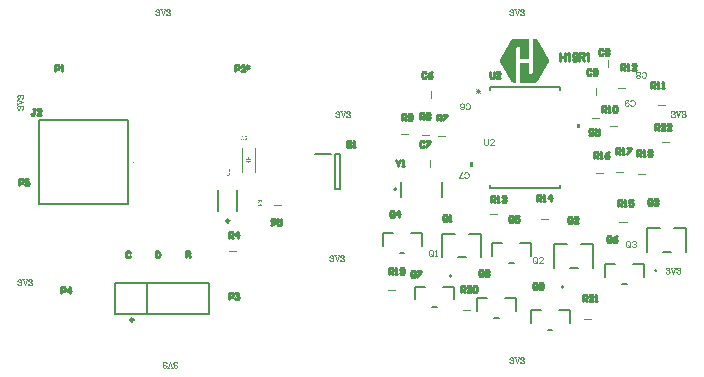
<source format=gbr>
G04*
G04 #@! TF.GenerationSoftware,Altium Limited,Altium Designer,25.8.1 (18)*
G04*
G04 Layer_Color=65535*
%FSLAX44Y44*%
%MOMM*%
G71*
G04*
G04 #@! TF.SameCoordinates,E23997CD-C925-4744-B0FB-38551C603FD4*
G04*
G04*
G04 #@! TF.FilePolarity,Positive*
G04*
G01*
G75*
%ADD10C,0.1524*%
%ADD11C,0.2000*%
%ADD12C,0.1000*%
%ADD13C,0.2500*%
%ADD14C,0.1200*%
%ADD15C,0.1270*%
%ADD16C,0.0800*%
%ADD17C,0.2540*%
%ADD18C,0.0635*%
%ADD19C,0.0762*%
G36*
X155852Y126433D02*
Y126281D01*
Y126128D01*
Y125976D01*
Y125823D01*
Y125671D01*
Y125519D01*
Y125366D01*
Y125214D01*
Y125062D01*
Y124909D01*
Y124757D01*
Y124604D01*
Y124452D01*
Y124299D01*
Y124147D01*
Y123995D01*
Y123842D01*
Y123690D01*
Y123538D01*
Y123385D01*
Y123233D01*
Y123080D01*
Y122928D01*
Y122775D01*
Y122623D01*
Y122471D01*
Y122318D01*
Y122166D01*
Y122014D01*
Y121861D01*
Y121709D01*
Y121556D01*
Y121404D01*
Y121251D01*
Y121099D01*
Y120947D01*
Y120794D01*
Y120642D01*
Y120490D01*
Y120337D01*
Y120185D01*
Y120032D01*
Y119880D01*
Y119727D01*
Y119575D01*
Y119423D01*
Y119270D01*
Y119118D01*
Y118966D01*
Y118813D01*
Y118661D01*
Y118508D01*
Y118356D01*
Y118203D01*
Y118051D01*
Y117899D01*
Y117746D01*
Y117594D01*
Y117442D01*
Y117289D01*
Y117137D01*
Y116984D01*
Y116832D01*
Y116679D01*
Y116527D01*
Y116375D01*
Y116222D01*
Y116070D01*
Y115918D01*
Y115765D01*
Y115613D01*
Y115460D01*
Y115308D01*
Y115155D01*
Y115003D01*
Y114851D01*
Y114698D01*
Y114546D01*
Y114394D01*
Y114241D01*
Y114089D01*
Y113936D01*
Y113784D01*
Y113631D01*
Y113479D01*
Y113327D01*
Y113174D01*
Y113022D01*
Y112870D01*
Y112717D01*
Y112565D01*
Y112412D01*
Y112260D01*
Y112107D01*
Y111955D01*
Y111803D01*
Y111650D01*
Y111498D01*
Y111346D01*
Y111193D01*
Y111041D01*
Y110888D01*
Y110736D01*
Y110583D01*
Y110431D01*
Y110279D01*
Y110126D01*
Y109974D01*
X148842D01*
Y110126D01*
X148690D01*
Y110279D01*
Y110431D01*
Y110583D01*
Y110736D01*
Y110888D01*
Y111041D01*
Y111193D01*
Y111346D01*
Y111498D01*
Y111650D01*
Y111803D01*
Y111955D01*
Y112107D01*
Y112260D01*
Y112412D01*
Y112565D01*
Y112717D01*
Y112870D01*
Y113022D01*
Y113174D01*
Y113327D01*
Y113479D01*
Y113631D01*
Y113784D01*
Y113936D01*
Y114089D01*
Y114241D01*
Y114394D01*
Y114546D01*
Y114698D01*
Y114851D01*
Y115003D01*
Y115155D01*
Y115308D01*
Y115460D01*
Y115613D01*
Y115765D01*
Y115918D01*
Y116070D01*
Y116222D01*
Y116375D01*
Y116527D01*
Y116679D01*
Y116832D01*
Y116984D01*
Y117137D01*
Y117289D01*
Y117442D01*
Y117594D01*
Y117746D01*
Y117899D01*
Y118051D01*
Y118203D01*
Y118356D01*
Y118508D01*
Y118661D01*
Y118813D01*
X148537D01*
Y118966D01*
Y119118D01*
X148385D01*
Y119270D01*
X148232D01*
Y119423D01*
X148080D01*
Y119575D01*
X147775D01*
Y119727D01*
X147166D01*
Y119880D01*
X147013D01*
Y119727D01*
X146404D01*
Y119575D01*
X146099D01*
Y119423D01*
X145947D01*
Y119270D01*
X145794D01*
Y119118D01*
X145642D01*
Y118966D01*
Y118813D01*
X145489D01*
Y118661D01*
Y118508D01*
Y118356D01*
Y118203D01*
Y118051D01*
Y117899D01*
Y117746D01*
Y117594D01*
Y117442D01*
Y117289D01*
Y117137D01*
Y116984D01*
Y116832D01*
Y116679D01*
Y116527D01*
Y116375D01*
Y116222D01*
Y116070D01*
Y115918D01*
Y115765D01*
Y115613D01*
Y115460D01*
Y115308D01*
Y115155D01*
Y115003D01*
X145337D01*
Y114851D01*
Y114698D01*
Y114546D01*
Y114394D01*
Y114241D01*
Y114089D01*
Y113936D01*
Y113784D01*
Y113631D01*
Y113479D01*
Y113327D01*
Y113174D01*
Y113022D01*
Y112870D01*
Y112717D01*
Y112565D01*
Y112412D01*
Y112260D01*
Y112107D01*
Y111955D01*
Y111803D01*
Y111650D01*
Y111498D01*
Y111346D01*
Y111193D01*
Y111041D01*
Y110888D01*
Y110736D01*
Y110583D01*
Y110431D01*
Y110279D01*
Y110126D01*
Y109974D01*
Y109822D01*
Y109669D01*
Y109517D01*
Y109364D01*
Y109212D01*
Y109059D01*
Y108907D01*
Y108755D01*
Y108602D01*
Y108450D01*
Y108298D01*
Y108145D01*
Y107993D01*
Y107840D01*
Y107688D01*
Y107535D01*
Y107383D01*
Y107231D01*
Y107078D01*
Y106926D01*
Y106774D01*
Y106621D01*
Y106469D01*
Y106316D01*
Y106164D01*
Y106011D01*
Y105859D01*
Y105707D01*
Y105554D01*
X145489D01*
Y105402D01*
Y105250D01*
Y105097D01*
Y104945D01*
Y104792D01*
Y104640D01*
Y104487D01*
Y104335D01*
Y104183D01*
Y104030D01*
Y103878D01*
Y103726D01*
Y103573D01*
Y103421D01*
Y103268D01*
Y103116D01*
Y102963D01*
Y102811D01*
Y102659D01*
Y102506D01*
Y102354D01*
Y102201D01*
Y102049D01*
Y101897D01*
Y101744D01*
Y101592D01*
Y101440D01*
Y101287D01*
Y101135D01*
Y100982D01*
Y100830D01*
Y100677D01*
Y100525D01*
Y100373D01*
Y100220D01*
Y100068D01*
Y99916D01*
Y99763D01*
Y99611D01*
Y99458D01*
Y99306D01*
Y99153D01*
Y99001D01*
Y98849D01*
Y98696D01*
Y98544D01*
Y98392D01*
Y98239D01*
Y98087D01*
Y97934D01*
Y97782D01*
Y97629D01*
Y97477D01*
Y97325D01*
Y97172D01*
Y97020D01*
Y96868D01*
Y96715D01*
Y96563D01*
Y96410D01*
Y96258D01*
Y96105D01*
Y95953D01*
Y95801D01*
Y95648D01*
Y95496D01*
Y95344D01*
Y95191D01*
Y95039D01*
Y94886D01*
Y94734D01*
Y94581D01*
Y94429D01*
Y94277D01*
Y94124D01*
Y93972D01*
Y93820D01*
Y93667D01*
Y93515D01*
Y93362D01*
Y93210D01*
Y93057D01*
Y92905D01*
Y92753D01*
Y92600D01*
Y92448D01*
Y92296D01*
Y92143D01*
Y91991D01*
Y91838D01*
Y91686D01*
Y91533D01*
Y91381D01*
Y91229D01*
Y91076D01*
Y90924D01*
Y90772D01*
Y90619D01*
Y90467D01*
Y90314D01*
Y90162D01*
Y90009D01*
Y89857D01*
X145337D01*
Y89705D01*
X142746D01*
Y89857D01*
X142136D01*
Y90009D01*
X141832D01*
Y90162D01*
X141679D01*
Y90314D01*
X141527D01*
Y90467D01*
X141222D01*
Y90619D01*
Y90772D01*
X141070D01*
Y90924D01*
X140917D01*
Y91076D01*
Y91229D01*
X140765D01*
Y91381D01*
X140612D01*
Y91533D01*
Y91686D01*
X140460D01*
Y91838D01*
Y91991D01*
X140308D01*
Y92143D01*
Y92296D01*
X140155D01*
Y92448D01*
X140003D01*
Y92600D01*
Y92753D01*
X139851D01*
Y92905D01*
Y93057D01*
X139698D01*
Y93210D01*
X139546D01*
Y93362D01*
Y93515D01*
X139393D01*
Y93667D01*
Y93820D01*
X139241D01*
Y93972D01*
Y94124D01*
X139088D01*
Y94277D01*
X138936D01*
Y94429D01*
Y94581D01*
X138784D01*
Y94734D01*
Y94886D01*
X138631D01*
Y95039D01*
Y95191D01*
X138479D01*
Y95344D01*
X138327D01*
Y95496D01*
Y95648D01*
X138174D01*
Y95801D01*
Y95953D01*
X138022D01*
Y96105D01*
Y96258D01*
X137869D01*
Y96410D01*
X137717D01*
Y96563D01*
Y96715D01*
X137564D01*
Y96868D01*
Y97020D01*
X137412D01*
Y97172D01*
X137260D01*
Y97325D01*
Y97477D01*
X137107D01*
Y97629D01*
Y97782D01*
X136955D01*
Y97934D01*
Y98087D01*
X136803D01*
Y98239D01*
X136650D01*
Y98392D01*
Y98544D01*
X136498D01*
Y98696D01*
Y98849D01*
X136345D01*
Y99001D01*
Y99153D01*
X136193D01*
Y99306D01*
X136040D01*
Y99458D01*
Y99611D01*
X135888D01*
Y99763D01*
Y99916D01*
X135736D01*
Y100068D01*
Y100220D01*
X135583D01*
Y100373D01*
X135431D01*
Y100525D01*
Y100677D01*
X135279D01*
Y100830D01*
Y100982D01*
X135126D01*
Y101135D01*
Y101287D01*
X134974D01*
Y101440D01*
X134821D01*
Y101592D01*
Y101744D01*
X134669D01*
Y101897D01*
Y102049D01*
X134516D01*
Y102201D01*
Y102354D01*
X134364D01*
Y102506D01*
X134212D01*
Y102659D01*
Y102811D01*
X134059D01*
Y102963D01*
Y103116D01*
X133907D01*
Y103268D01*
X133755D01*
Y103421D01*
Y103573D01*
X133602D01*
Y103726D01*
Y103878D01*
X133450D01*
Y104030D01*
Y104183D01*
X133297D01*
Y104335D01*
X133145D01*
Y104487D01*
Y104640D01*
X132992D01*
Y104792D01*
Y104945D01*
X132840D01*
Y105097D01*
Y105250D01*
X132688D01*
Y105402D01*
X132535D01*
Y105554D01*
Y105707D01*
X132383D01*
Y105859D01*
Y106011D01*
X132231D01*
Y106164D01*
Y106316D01*
X132078D01*
Y106469D01*
X131926D01*
Y106621D01*
Y106774D01*
X131773D01*
Y106926D01*
Y107078D01*
X131621D01*
Y107231D01*
Y107383D01*
X131468D01*
Y107535D01*
Y107688D01*
Y107840D01*
Y107993D01*
Y108145D01*
Y108298D01*
Y108450D01*
Y108602D01*
Y108755D01*
Y108907D01*
X131621D01*
Y109059D01*
Y109212D01*
Y109364D01*
X131773D01*
Y109517D01*
Y109669D01*
X131926D01*
Y109822D01*
X132078D01*
Y109974D01*
Y110126D01*
X132231D01*
Y110279D01*
Y110431D01*
X132383D01*
Y110583D01*
Y110736D01*
X132535D01*
Y110888D01*
X132688D01*
Y111041D01*
Y111193D01*
X132840D01*
Y111346D01*
Y111498D01*
X132992D01*
Y111650D01*
X133145D01*
Y111803D01*
Y111955D01*
X133297D01*
Y112107D01*
Y112260D01*
X133450D01*
Y112412D01*
Y112565D01*
X133602D01*
Y112717D01*
X133755D01*
Y112870D01*
Y113022D01*
X133907D01*
Y113174D01*
Y113327D01*
X134059D01*
Y113479D01*
Y113631D01*
X134212D01*
Y113784D01*
X134364D01*
Y113936D01*
Y114089D01*
X134516D01*
Y114241D01*
X134669D01*
Y114394D01*
Y114546D01*
X134821D01*
Y114698D01*
Y114851D01*
X134974D01*
Y115003D01*
Y115155D01*
X135126D01*
Y115308D01*
X135279D01*
Y115460D01*
Y115613D01*
X135431D01*
Y115765D01*
Y115918D01*
X135583D01*
Y116070D01*
Y116222D01*
X135736D01*
Y116375D01*
X135888D01*
Y116527D01*
Y116679D01*
X136040D01*
Y116832D01*
Y116984D01*
X136193D01*
Y117137D01*
Y117289D01*
X136345D01*
Y117442D01*
X136498D01*
Y117594D01*
Y117746D01*
X136650D01*
Y117899D01*
Y118051D01*
X136803D01*
Y118203D01*
X136955D01*
Y118356D01*
Y118508D01*
X137107D01*
Y118661D01*
Y118813D01*
X137260D01*
Y118966D01*
Y119118D01*
X137412D01*
Y119270D01*
X137564D01*
Y119423D01*
Y119575D01*
X137717D01*
Y119727D01*
Y119880D01*
X137869D01*
Y120032D01*
Y120185D01*
X138022D01*
Y120337D01*
X138174D01*
Y120490D01*
Y120642D01*
X138327D01*
Y120794D01*
Y120947D01*
X138479D01*
Y121099D01*
Y121251D01*
X138631D01*
Y121404D01*
X138784D01*
Y121556D01*
Y121709D01*
X138936D01*
Y121861D01*
Y122014D01*
X139088D01*
Y122166D01*
X139241D01*
Y122318D01*
Y122471D01*
X139393D01*
Y122623D01*
Y122775D01*
X139546D01*
Y122928D01*
Y123080D01*
X139698D01*
Y123233D01*
X139851D01*
Y123385D01*
Y123538D01*
X140003D01*
Y123690D01*
Y123842D01*
X140155D01*
Y123995D01*
Y124147D01*
X140308D01*
Y124299D01*
X140460D01*
Y124452D01*
Y124604D01*
X140612D01*
Y124757D01*
Y124909D01*
X140765D01*
Y125062D01*
Y125214D01*
X140917D01*
Y125366D01*
X141070D01*
Y125519D01*
Y125671D01*
X141222D01*
Y125823D01*
X141375D01*
Y125976D01*
X141527D01*
Y126128D01*
X141832D01*
Y126281D01*
X142136D01*
Y126433D01*
X142441D01*
Y126586D01*
X155852D01*
Y126433D01*
D02*
G37*
G36*
X162101D02*
X162558D01*
Y126281D01*
X162863D01*
Y126128D01*
X163015D01*
Y125976D01*
X163168D01*
Y125823D01*
X163320D01*
Y125671D01*
X163472D01*
Y125519D01*
X163625D01*
Y125366D01*
X163777D01*
Y125214D01*
Y125062D01*
X163930D01*
Y124909D01*
Y124757D01*
X164082D01*
Y124604D01*
Y124452D01*
X164235D01*
Y124299D01*
X164387D01*
Y124147D01*
Y123995D01*
X164539D01*
Y123842D01*
Y123690D01*
X164692D01*
Y123538D01*
X164844D01*
Y123385D01*
Y123233D01*
X164996D01*
Y123080D01*
Y122928D01*
X165149D01*
Y122775D01*
Y122623D01*
X165301D01*
Y122471D01*
X165454D01*
Y122318D01*
Y122166D01*
X165606D01*
Y122014D01*
Y121861D01*
X165758D01*
Y121709D01*
Y121556D01*
X165911D01*
Y121404D01*
X166063D01*
Y121251D01*
Y121099D01*
X166216D01*
Y120947D01*
Y120794D01*
X166368D01*
Y120642D01*
Y120490D01*
X166521D01*
Y120337D01*
X166673D01*
Y120185D01*
Y120032D01*
X166825D01*
Y119880D01*
Y119727D01*
X166978D01*
Y119575D01*
X167130D01*
Y119423D01*
Y119270D01*
X167283D01*
Y119118D01*
Y118966D01*
X167435D01*
Y118813D01*
Y118661D01*
X167587D01*
Y118508D01*
X167740D01*
Y118356D01*
Y118203D01*
X167892D01*
Y118051D01*
Y117899D01*
X168044D01*
Y117746D01*
Y117594D01*
X168197D01*
Y117442D01*
X168349D01*
Y117289D01*
Y117137D01*
X168502D01*
Y116984D01*
Y116832D01*
X168654D01*
Y116679D01*
Y116527D01*
X168806D01*
Y116375D01*
X168959D01*
Y116222D01*
Y116070D01*
X169111D01*
Y115918D01*
Y115765D01*
X169264D01*
Y115613D01*
X169416D01*
Y115460D01*
Y115308D01*
X169569D01*
Y115155D01*
Y115003D01*
X169721D01*
Y114851D01*
Y114698D01*
X169873D01*
Y114546D01*
X170026D01*
Y114394D01*
Y114241D01*
X170178D01*
Y114089D01*
Y113936D01*
X170331D01*
Y113784D01*
Y113631D01*
X170483D01*
Y113479D01*
X170635D01*
Y113327D01*
Y113174D01*
X170788D01*
Y113022D01*
Y112870D01*
X170940D01*
Y112717D01*
Y112565D01*
X171092D01*
Y112412D01*
X171245D01*
Y112260D01*
Y112107D01*
X171397D01*
Y111955D01*
Y111803D01*
X171550D01*
Y111650D01*
X171702D01*
Y111498D01*
Y111346D01*
X171854D01*
Y111193D01*
Y111041D01*
X172007D01*
Y110888D01*
Y110736D01*
X172159D01*
Y110583D01*
X172312D01*
Y110431D01*
Y110279D01*
X172464D01*
Y110126D01*
Y109974D01*
X172617D01*
Y109822D01*
Y109669D01*
X172769D01*
Y109517D01*
X172921D01*
Y109364D01*
Y109212D01*
X173074D01*
Y109059D01*
Y108907D01*
Y108755D01*
Y108602D01*
X173226D01*
Y108450D01*
Y108298D01*
Y108145D01*
Y107993D01*
Y107840D01*
X173074D01*
Y107688D01*
Y107535D01*
Y107383D01*
Y107231D01*
X172921D01*
Y107078D01*
Y106926D01*
X172769D01*
Y106774D01*
Y106621D01*
X172617D01*
Y106469D01*
Y106316D01*
X172464D01*
Y106164D01*
X172312D01*
Y106011D01*
Y105859D01*
X172159D01*
Y105707D01*
Y105554D01*
X172007D01*
Y105402D01*
X171854D01*
Y105250D01*
Y105097D01*
X171702D01*
Y104945D01*
Y104792D01*
X171550D01*
Y104640D01*
Y104487D01*
X171397D01*
Y104335D01*
X171245D01*
Y104183D01*
Y104030D01*
X171092D01*
Y103878D01*
Y103726D01*
X170940D01*
Y103573D01*
Y103421D01*
X170788D01*
Y103268D01*
X170635D01*
Y103116D01*
Y102963D01*
X170483D01*
Y102811D01*
Y102659D01*
X170331D01*
Y102506D01*
X170178D01*
Y102354D01*
Y102201D01*
X170026D01*
Y102049D01*
Y101897D01*
X169873D01*
Y101744D01*
Y101592D01*
X169721D01*
Y101440D01*
X169569D01*
Y101287D01*
Y101135D01*
X169416D01*
Y100982D01*
Y100830D01*
X169264D01*
Y100677D01*
Y100525D01*
X169111D01*
Y100373D01*
X168959D01*
Y100220D01*
Y100068D01*
X168806D01*
Y99916D01*
Y99763D01*
X168654D01*
Y99611D01*
X168502D01*
Y99458D01*
Y99306D01*
X168349D01*
Y99153D01*
Y99001D01*
X168197D01*
Y98849D01*
Y98696D01*
X168044D01*
Y98544D01*
X167892D01*
Y98392D01*
Y98239D01*
X167740D01*
Y98087D01*
Y97934D01*
X167587D01*
Y97782D01*
Y97629D01*
X167435D01*
Y97477D01*
Y97325D01*
X167283D01*
Y97172D01*
Y97020D01*
X167130D01*
Y96868D01*
X166978D01*
Y96715D01*
Y96563D01*
X166825D01*
Y96410D01*
Y96258D01*
X166673D01*
Y96105D01*
X166521D01*
Y95953D01*
Y95801D01*
X166368D01*
Y95648D01*
Y95496D01*
X166216D01*
Y95344D01*
Y95191D01*
X166063D01*
Y95039D01*
X165911D01*
Y94886D01*
Y94734D01*
X165758D01*
Y94581D01*
Y94429D01*
X165606D01*
Y94277D01*
Y94124D01*
X165454D01*
Y93972D01*
X165301D01*
Y93820D01*
Y93667D01*
X165149D01*
Y93515D01*
Y93362D01*
X164996D01*
Y93210D01*
Y93057D01*
X164844D01*
Y92905D01*
X164692D01*
Y92753D01*
Y92600D01*
X164539D01*
Y92448D01*
Y92296D01*
X164387D01*
Y92143D01*
Y91991D01*
X164235D01*
Y91838D01*
X164082D01*
Y91686D01*
Y91533D01*
X163930D01*
Y91381D01*
Y91229D01*
X163777D01*
Y91076D01*
X163625D01*
Y90924D01*
Y90772D01*
X163472D01*
Y90619D01*
X163320D01*
Y90467D01*
X163168D01*
Y90314D01*
X163015D01*
Y90162D01*
X162710D01*
Y90009D01*
X162406D01*
Y89857D01*
X161949D01*
Y89705D01*
X148842D01*
Y89857D01*
X148690D01*
Y90009D01*
Y90162D01*
Y90314D01*
Y90467D01*
Y90619D01*
Y90772D01*
Y90924D01*
Y91076D01*
Y91229D01*
Y91381D01*
Y91533D01*
Y91686D01*
Y91838D01*
Y91991D01*
Y92143D01*
Y92296D01*
Y92448D01*
Y92600D01*
Y92753D01*
Y92905D01*
Y93057D01*
Y93210D01*
Y93362D01*
Y93515D01*
Y93667D01*
Y93820D01*
Y93972D01*
Y94124D01*
Y94277D01*
Y94429D01*
Y94581D01*
Y94734D01*
Y94886D01*
Y95039D01*
Y95191D01*
Y95344D01*
Y95496D01*
Y95648D01*
Y95801D01*
Y95953D01*
Y96105D01*
Y96258D01*
Y96410D01*
Y96563D01*
Y96715D01*
Y96868D01*
Y97020D01*
Y97172D01*
Y97325D01*
Y97477D01*
Y97629D01*
Y97782D01*
Y97934D01*
Y98087D01*
Y98239D01*
Y98392D01*
Y98544D01*
Y98696D01*
Y98849D01*
Y99001D01*
Y99153D01*
Y99306D01*
Y99458D01*
Y99611D01*
Y99763D01*
Y99916D01*
Y100068D01*
Y100220D01*
Y100373D01*
Y100525D01*
Y100677D01*
Y100830D01*
Y100982D01*
Y101135D01*
Y101287D01*
Y101440D01*
Y101592D01*
Y101744D01*
Y101897D01*
Y102049D01*
Y102201D01*
Y102354D01*
Y102506D01*
Y102659D01*
Y102811D01*
Y102963D01*
Y103116D01*
Y103268D01*
Y103421D01*
Y103573D01*
Y103726D01*
Y103878D01*
Y104030D01*
Y104183D01*
Y104335D01*
Y104487D01*
Y104640D01*
Y104792D01*
Y104945D01*
Y105097D01*
Y105250D01*
Y105402D01*
Y105554D01*
Y105707D01*
Y105859D01*
Y106011D01*
Y106164D01*
Y106316D01*
X148842D01*
Y106469D01*
X155852D01*
Y106316D01*
Y106164D01*
Y106011D01*
Y105859D01*
Y105707D01*
Y105554D01*
Y105402D01*
Y105250D01*
Y105097D01*
Y104945D01*
Y104792D01*
Y104640D01*
Y104487D01*
Y104335D01*
Y104183D01*
Y104030D01*
Y103878D01*
Y103726D01*
Y103573D01*
Y103421D01*
Y103268D01*
Y103116D01*
Y102963D01*
Y102811D01*
Y102659D01*
Y102506D01*
Y102354D01*
Y102201D01*
Y102049D01*
Y101897D01*
Y101744D01*
Y101592D01*
Y101440D01*
Y101287D01*
Y101135D01*
Y100982D01*
Y100830D01*
Y100677D01*
Y100525D01*
Y100373D01*
X156005D01*
Y100220D01*
Y100068D01*
Y99916D01*
Y99763D01*
Y99611D01*
Y99458D01*
Y99306D01*
Y99153D01*
Y99001D01*
Y98849D01*
Y98696D01*
Y98544D01*
Y98392D01*
Y98239D01*
Y98087D01*
Y97934D01*
Y97782D01*
Y97629D01*
Y97477D01*
X156157D01*
Y97325D01*
X156310D01*
Y97172D01*
Y97020D01*
X156615D01*
Y96868D01*
X156767D01*
Y96715D01*
X157224D01*
Y96563D01*
X157986D01*
Y96715D01*
X158291D01*
Y96868D01*
X158596D01*
Y97020D01*
X158748D01*
Y97172D01*
X158900D01*
Y97325D01*
X159053D01*
Y97477D01*
Y97629D01*
Y97782D01*
X159205D01*
Y97934D01*
Y98087D01*
Y98239D01*
Y98392D01*
Y98544D01*
Y98696D01*
Y98849D01*
Y99001D01*
Y99153D01*
Y99306D01*
Y99458D01*
Y99611D01*
Y99763D01*
Y99916D01*
Y100068D01*
Y100220D01*
Y100373D01*
Y100525D01*
Y100677D01*
Y100830D01*
Y100982D01*
Y101135D01*
Y101287D01*
Y101440D01*
Y101592D01*
Y101744D01*
Y101897D01*
Y102049D01*
Y102201D01*
Y102354D01*
Y102506D01*
Y102659D01*
Y102811D01*
Y102963D01*
Y103116D01*
Y103268D01*
Y103421D01*
Y103573D01*
Y103726D01*
Y103878D01*
Y104030D01*
Y104183D01*
Y104335D01*
Y104487D01*
Y104640D01*
Y104792D01*
Y104945D01*
Y105097D01*
Y105250D01*
Y105402D01*
Y105554D01*
Y105707D01*
Y105859D01*
Y106011D01*
Y106164D01*
Y106316D01*
Y106469D01*
Y106621D01*
Y106774D01*
Y106926D01*
Y107078D01*
Y107231D01*
Y107383D01*
Y107535D01*
Y107688D01*
Y107840D01*
Y107993D01*
Y108145D01*
Y108298D01*
Y108450D01*
Y108602D01*
Y108755D01*
Y108907D01*
Y109059D01*
Y109212D01*
Y109364D01*
Y109517D01*
Y109669D01*
Y109822D01*
Y109974D01*
Y110126D01*
Y110279D01*
Y110431D01*
Y110583D01*
Y110736D01*
Y110888D01*
Y111041D01*
Y111193D01*
Y111346D01*
Y111498D01*
Y111650D01*
Y111803D01*
Y111955D01*
Y112107D01*
Y112260D01*
Y112412D01*
Y112565D01*
Y112717D01*
Y112870D01*
Y113022D01*
Y113174D01*
Y113327D01*
Y113479D01*
Y113631D01*
Y113784D01*
Y113936D01*
Y114089D01*
Y114241D01*
Y114394D01*
Y114546D01*
Y114698D01*
Y114851D01*
Y115003D01*
Y115155D01*
Y115308D01*
Y115460D01*
Y115613D01*
Y115765D01*
Y115918D01*
Y116070D01*
Y116222D01*
Y116375D01*
Y116527D01*
Y116679D01*
Y116832D01*
Y116984D01*
Y117137D01*
Y117289D01*
Y117442D01*
Y117594D01*
Y117746D01*
Y117899D01*
Y118051D01*
Y118203D01*
Y118356D01*
Y118508D01*
Y118661D01*
Y118813D01*
Y118966D01*
Y119118D01*
Y119270D01*
Y119423D01*
Y119575D01*
Y119727D01*
Y119880D01*
Y120032D01*
Y120185D01*
Y120337D01*
Y120490D01*
Y120642D01*
Y120794D01*
Y120947D01*
Y121099D01*
Y121251D01*
Y121404D01*
Y121556D01*
Y121709D01*
Y121861D01*
Y122014D01*
Y122166D01*
Y122318D01*
Y122471D01*
Y122623D01*
Y122775D01*
Y122928D01*
Y123080D01*
Y123233D01*
Y123385D01*
Y123538D01*
Y123690D01*
Y123842D01*
Y123995D01*
Y124147D01*
Y124299D01*
Y124452D01*
Y124604D01*
Y124757D01*
Y124909D01*
Y125062D01*
Y125214D01*
Y125366D01*
Y125519D01*
Y125671D01*
Y125823D01*
Y125976D01*
Y126128D01*
Y126281D01*
Y126433D01*
Y126586D01*
X162101D01*
Y126433D01*
D02*
G37*
G36*
X199476Y50791D02*
X196936D01*
Y54601D01*
X199476D01*
Y50791D01*
D02*
G37*
G36*
X108744Y18290D02*
X106204D01*
Y22101D01*
X108744D01*
Y18290D01*
D02*
G37*
G36*
X-70272Y-11325D02*
X-70275Y-11361D01*
X-70278Y-11404D01*
X-70280Y-11449D01*
X-70283Y-11500D01*
X-70294Y-11607D01*
X-70309Y-11717D01*
X-70320Y-11770D01*
X-70331Y-11821D01*
X-70345Y-11869D01*
X-70362Y-11914D01*
Y-11917D01*
X-70365Y-11925D01*
X-70371Y-11937D01*
X-70379Y-11951D01*
X-70390Y-11970D01*
X-70402Y-11993D01*
X-70433Y-12044D01*
X-70475Y-12100D01*
X-70500Y-12131D01*
X-70528Y-12162D01*
X-70560Y-12190D01*
X-70596Y-12221D01*
X-70633Y-12249D01*
X-70672Y-12275D01*
X-70675Y-12278D01*
X-70684Y-12280D01*
X-70695Y-12286D01*
X-70712Y-12297D01*
X-70732Y-12306D01*
X-70757Y-12317D01*
X-70785Y-12331D01*
X-70816Y-12342D01*
X-70850Y-12357D01*
X-70887Y-12368D01*
X-70971Y-12390D01*
X-71061Y-12405D01*
X-71109Y-12407D01*
X-71160Y-12410D01*
X-71163D01*
X-71174D01*
X-71194D01*
X-71217Y-12407D01*
X-71248Y-12405D01*
X-71281Y-12399D01*
X-71321Y-12390D01*
X-71363Y-12382D01*
X-71405Y-12371D01*
X-71453Y-12357D01*
X-71501Y-12337D01*
X-71552Y-12314D01*
X-71600Y-12289D01*
X-71651Y-12258D01*
X-71699Y-12224D01*
X-71744Y-12185D01*
X-71747Y-12182D01*
X-71755Y-12173D01*
X-71766Y-12162D01*
X-71780Y-12142D01*
X-71800Y-12120D01*
X-71823Y-12089D01*
X-71845Y-12055D01*
X-71871Y-12015D01*
X-71896Y-11970D01*
X-71921Y-11920D01*
X-71947Y-11860D01*
X-71969Y-11798D01*
X-71992Y-11731D01*
X-72011Y-11657D01*
X-72028Y-11578D01*
X-72043Y-11494D01*
Y-11497D01*
X-72045Y-11502D01*
X-72051Y-11511D01*
X-72057Y-11522D01*
X-72074Y-11553D01*
X-72093Y-11590D01*
X-72119Y-11632D01*
X-72147Y-11677D01*
X-72175Y-11717D01*
X-72206Y-11753D01*
X-72209Y-11756D01*
X-72214Y-11762D01*
X-72223Y-11773D01*
X-72237Y-11784D01*
X-72254Y-11801D01*
X-72274Y-11821D01*
X-72296Y-11844D01*
X-72325Y-11869D01*
X-72355Y-11894D01*
X-72386Y-11922D01*
X-72460Y-11982D01*
X-72544Y-12047D01*
X-72637Y-12109D01*
X-73523Y-12672D01*
Y-12134D01*
X-72846Y-11705D01*
X-72843Y-11703D01*
X-72832Y-11697D01*
X-72818Y-11688D01*
X-72798Y-11674D01*
X-72773Y-11657D01*
X-72745Y-11640D01*
X-72714Y-11618D01*
X-72683Y-11595D01*
X-72609Y-11547D01*
X-72536Y-11494D01*
X-72466Y-11443D01*
X-72432Y-11418D01*
X-72401Y-11395D01*
X-72398D01*
X-72395Y-11389D01*
X-72386Y-11384D01*
X-72375Y-11375D01*
X-72347Y-11353D01*
X-72313Y-11322D01*
X-72279Y-11288D01*
X-72243Y-11251D01*
X-72209Y-11212D01*
X-72183Y-11175D01*
X-72181Y-11172D01*
X-72172Y-11158D01*
X-72164Y-11139D01*
X-72150Y-11116D01*
X-72136Y-11085D01*
X-72122Y-11054D01*
X-72107Y-11017D01*
X-72096Y-10981D01*
Y-10978D01*
X-72093Y-10967D01*
X-72091Y-10950D01*
X-72088Y-10924D01*
X-72085Y-10891D01*
X-72082Y-10848D01*
X-72079Y-10800D01*
Y-10245D01*
X-73523D01*
Y-9814D01*
X-70272D01*
Y-11325D01*
D02*
G37*
G36*
X-71076Y-13231D02*
X-71070Y-13242D01*
X-71061Y-13262D01*
X-71050Y-13284D01*
X-71036Y-13312D01*
X-71016Y-13346D01*
X-70997Y-13383D01*
X-70971Y-13425D01*
X-70946Y-13470D01*
X-70915Y-13515D01*
X-70850Y-13614D01*
X-70777Y-13715D01*
X-70698Y-13811D01*
X-70695Y-13814D01*
X-70686Y-13823D01*
X-70675Y-13834D01*
X-70658Y-13854D01*
X-70638Y-13873D01*
X-70616Y-13896D01*
X-70588Y-13921D01*
X-70560Y-13950D01*
X-70492Y-14009D01*
X-70419Y-14068D01*
X-70340Y-14122D01*
X-70300Y-14147D01*
X-70261Y-14167D01*
Y-14426D01*
X-73523D01*
Y-14026D01*
X-70982D01*
X-70985Y-14023D01*
X-70988Y-14020D01*
X-70997Y-14012D01*
X-71005Y-14000D01*
X-71019Y-13983D01*
X-71033Y-13966D01*
X-71050Y-13947D01*
X-71070Y-13924D01*
X-71109Y-13868D01*
X-71157Y-13803D01*
X-71208Y-13730D01*
X-71259Y-13645D01*
X-71262Y-13642D01*
X-71264Y-13634D01*
X-71273Y-13622D01*
X-71281Y-13606D01*
X-71293Y-13586D01*
X-71304Y-13563D01*
X-71321Y-13535D01*
X-71335Y-13507D01*
X-71369Y-13442D01*
X-71403Y-13372D01*
X-71436Y-13298D01*
X-71465Y-13228D01*
X-71078D01*
X-71076Y-13231D01*
D02*
G37*
G36*
X-97186Y18636D02*
X-100054D01*
Y17035D01*
X-100437D01*
Y19067D01*
X-97186D01*
Y18636D01*
D02*
G37*
G36*
Y14165D02*
X-97570D01*
Y16085D01*
X-98562D01*
Y14286D01*
X-98946D01*
Y16085D01*
X-100054D01*
Y14088D01*
X-100437D01*
Y16516D01*
X-97186D01*
Y14165D01*
D02*
G37*
G36*
Y12281D02*
X-97189Y12244D01*
Y12205D01*
X-97192Y12160D01*
X-97198Y12067D01*
X-97206Y11971D01*
X-97217Y11878D01*
X-97226Y11836D01*
X-97234Y11796D01*
Y11793D01*
X-97237Y11785D01*
X-97240Y11768D01*
X-97245Y11748D01*
X-97254Y11726D01*
X-97262Y11698D01*
X-97274Y11667D01*
X-97288Y11633D01*
X-97319Y11557D01*
X-97361Y11478D01*
X-97409Y11396D01*
X-97468Y11320D01*
X-97471Y11317D01*
X-97479Y11308D01*
X-97491Y11294D01*
X-97508Y11278D01*
X-97527Y11255D01*
X-97556Y11232D01*
X-97584Y11204D01*
X-97618Y11176D01*
X-97657Y11145D01*
X-97699Y11114D01*
X-97745Y11080D01*
X-97795Y11049D01*
X-97846Y11018D01*
X-97902Y10990D01*
X-97962Y10962D01*
X-98024Y10936D01*
X-98026Y10934D01*
X-98038Y10931D01*
X-98057Y10925D01*
X-98083Y10917D01*
X-98117Y10905D01*
X-98153Y10894D01*
X-98198Y10883D01*
X-98246Y10871D01*
X-98303Y10860D01*
X-98362Y10849D01*
X-98424Y10838D01*
X-98492Y10826D01*
X-98562Y10818D01*
X-98638Y10812D01*
X-98717Y10807D01*
X-98796D01*
X-98799D01*
X-98813D01*
X-98833D01*
X-98858D01*
X-98889Y10810D01*
X-98929Y10812D01*
X-98971Y10815D01*
X-99016Y10818D01*
X-99067Y10821D01*
X-99117Y10829D01*
X-99230Y10843D01*
X-99343Y10866D01*
X-99453Y10894D01*
X-99456D01*
X-99464Y10897D01*
X-99481Y10903D01*
X-99501Y10911D01*
X-99523Y10919D01*
X-99552Y10928D01*
X-99586Y10942D01*
X-99619Y10953D01*
X-99693Y10987D01*
X-99772Y11024D01*
X-99853Y11069D01*
X-99927Y11117D01*
X-99930Y11120D01*
X-99935Y11122D01*
X-99944Y11131D01*
X-99958Y11139D01*
X-99992Y11168D01*
X-100034Y11204D01*
X-100079Y11249D01*
X-100130Y11300D01*
X-100178Y11354D01*
X-100220Y11413D01*
Y11416D01*
X-100226Y11421D01*
X-100231Y11430D01*
X-100237Y11441D01*
X-100245Y11458D01*
X-100257Y11475D01*
X-100268Y11497D01*
X-100279Y11523D01*
X-100307Y11579D01*
X-100333Y11644D01*
X-100361Y11720D01*
X-100383Y11802D01*
Y11805D01*
X-100386Y11813D01*
X-100389Y11824D01*
X-100392Y11841D01*
X-100395Y11864D01*
X-100400Y11889D01*
X-100406Y11918D01*
X-100409Y11951D01*
X-100414Y11988D01*
X-100420Y12027D01*
X-100426Y12072D01*
X-100429Y12118D01*
X-100434Y12216D01*
X-100437Y12323D01*
Y13493D01*
X-97186D01*
Y12281D01*
D02*
G37*
G36*
X-97990Y10068D02*
X-97984Y10057D01*
X-97976Y10037D01*
X-97964Y10014D01*
X-97950Y9986D01*
X-97931Y9952D01*
X-97911Y9916D01*
X-97886Y9873D01*
X-97860Y9828D01*
X-97829Y9783D01*
X-97764Y9685D01*
X-97691Y9583D01*
X-97612Y9487D01*
X-97609Y9484D01*
X-97601Y9476D01*
X-97589Y9465D01*
X-97572Y9445D01*
X-97553Y9425D01*
X-97530Y9403D01*
X-97502Y9377D01*
X-97474Y9349D01*
X-97406Y9290D01*
X-97333Y9231D01*
X-97254Y9177D01*
X-97214Y9152D01*
X-97175Y9132D01*
Y8873D01*
X-100437D01*
Y9273D01*
X-97897D01*
X-97900Y9276D01*
X-97902Y9279D01*
X-97911Y9287D01*
X-97919Y9298D01*
X-97933Y9315D01*
X-97948Y9332D01*
X-97964Y9352D01*
X-97984Y9374D01*
X-98024Y9431D01*
X-98071Y9496D01*
X-98122Y9569D01*
X-98173Y9653D01*
X-98176Y9656D01*
X-98179Y9665D01*
X-98187Y9676D01*
X-98196Y9693D01*
X-98207Y9713D01*
X-98218Y9735D01*
X-98235Y9764D01*
X-98249Y9792D01*
X-98283Y9857D01*
X-98317Y9927D01*
X-98351Y10000D01*
X-98379Y10071D01*
X-97993D01*
X-97990Y10068D01*
D02*
G37*
G36*
X-86305Y44197D02*
X-86271D01*
X-86229Y44191D01*
X-86181Y44186D01*
X-86128Y44180D01*
X-86068Y44169D01*
X-86004Y44155D01*
X-85939Y44138D01*
X-85871Y44118D01*
X-85801Y44093D01*
X-85733Y44065D01*
X-85662Y44031D01*
X-85598Y43994D01*
X-85533Y43949D01*
X-85530Y43946D01*
X-85519Y43938D01*
X-85502Y43924D01*
X-85479Y43904D01*
X-85451Y43879D01*
X-85420Y43848D01*
X-85386Y43811D01*
X-85350Y43769D01*
X-85313Y43721D01*
X-85273Y43670D01*
X-85234Y43611D01*
X-85197Y43549D01*
X-85161Y43481D01*
X-85127Y43411D01*
X-85096Y43332D01*
X-85068Y43250D01*
X-85491Y43151D01*
Y43154D01*
X-85496Y43168D01*
X-85502Y43185D01*
X-85513Y43210D01*
X-85524Y43239D01*
X-85538Y43272D01*
X-85555Y43309D01*
X-85575Y43348D01*
X-85623Y43433D01*
X-85679Y43518D01*
X-85710Y43560D01*
X-85744Y43600D01*
X-85781Y43636D01*
X-85820Y43667D01*
X-85823Y43670D01*
X-85829Y43676D01*
X-85843Y43681D01*
X-85860Y43692D01*
X-85880Y43704D01*
X-85905Y43718D01*
X-85936Y43735D01*
X-85967Y43749D01*
X-86006Y43763D01*
X-86046Y43780D01*
X-86091Y43794D01*
X-86139Y43805D01*
X-86190Y43816D01*
X-86243Y43825D01*
X-86302Y43828D01*
X-86362Y43831D01*
X-86398D01*
X-86424Y43828D01*
X-86458Y43825D01*
X-86494Y43822D01*
X-86537Y43816D01*
X-86582Y43808D01*
X-86629Y43800D01*
X-86680Y43786D01*
X-86731Y43771D01*
X-86785Y43755D01*
X-86835Y43735D01*
X-86889Y43709D01*
X-86940Y43681D01*
X-86988Y43650D01*
X-86990Y43647D01*
X-86999Y43642D01*
X-87010Y43630D01*
X-87027Y43616D01*
X-87050Y43600D01*
X-87072Y43577D01*
X-87098Y43552D01*
X-87126Y43523D01*
X-87154Y43489D01*
X-87185Y43453D01*
X-87213Y43413D01*
X-87241Y43371D01*
X-87269Y43326D01*
X-87295Y43275D01*
X-87320Y43225D01*
X-87340Y43168D01*
Y43165D01*
X-87346Y43154D01*
X-87348Y43137D01*
X-87357Y43117D01*
X-87363Y43089D01*
X-87371Y43055D01*
X-87382Y43019D01*
X-87391Y42976D01*
X-87399Y42931D01*
X-87410Y42883D01*
X-87419Y42833D01*
X-87425Y42779D01*
X-87436Y42663D01*
X-87442Y42545D01*
Y42539D01*
Y42528D01*
Y42505D01*
X-87439Y42474D01*
Y42441D01*
X-87436Y42398D01*
X-87430Y42351D01*
X-87427Y42300D01*
X-87419Y42243D01*
X-87413Y42187D01*
X-87391Y42066D01*
X-87363Y41942D01*
X-87323Y41820D01*
X-87320Y41818D01*
X-87317Y41806D01*
X-87309Y41792D01*
X-87301Y41770D01*
X-87287Y41744D01*
X-87272Y41716D01*
X-87253Y41682D01*
X-87230Y41648D01*
X-87205Y41612D01*
X-87179Y41572D01*
X-87148Y41536D01*
X-87114Y41496D01*
X-87078Y41459D01*
X-87038Y41426D01*
X-86993Y41392D01*
X-86948Y41361D01*
X-86945Y41358D01*
X-86937Y41355D01*
X-86923Y41347D01*
X-86903Y41338D01*
X-86881Y41327D01*
X-86852Y41313D01*
X-86818Y41299D01*
X-86782Y41285D01*
X-86742Y41271D01*
X-86700Y41256D01*
X-86655Y41245D01*
X-86607Y41231D01*
X-86505Y41214D01*
X-86449Y41211D01*
X-86396Y41209D01*
X-86379D01*
X-86362Y41211D01*
X-86336D01*
X-86305Y41214D01*
X-86269Y41220D01*
X-86226Y41226D01*
X-86184Y41234D01*
X-86136Y41245D01*
X-86088Y41259D01*
X-86038Y41276D01*
X-85984Y41296D01*
X-85933Y41319D01*
X-85882Y41347D01*
X-85832Y41378D01*
X-85784Y41414D01*
X-85781Y41417D01*
X-85772Y41423D01*
X-85761Y41437D01*
X-85744Y41454D01*
X-85722Y41476D01*
X-85699Y41502D01*
X-85674Y41533D01*
X-85646Y41569D01*
X-85617Y41612D01*
X-85589Y41657D01*
X-85561Y41708D01*
X-85533Y41764D01*
X-85507Y41823D01*
X-85482Y41888D01*
X-85462Y41959D01*
X-85443Y42032D01*
X-85011Y41925D01*
Y41922D01*
X-85014Y41919D01*
Y41911D01*
X-85017Y41902D01*
X-85025Y41874D01*
X-85037Y41837D01*
X-85054Y41792D01*
X-85073Y41741D01*
X-85096Y41685D01*
X-85124Y41626D01*
X-85155Y41561D01*
X-85189Y41493D01*
X-85228Y41426D01*
X-85273Y41361D01*
X-85324Y41293D01*
X-85378Y41231D01*
X-85434Y41172D01*
X-85499Y41116D01*
X-85502Y41113D01*
X-85516Y41104D01*
X-85536Y41090D01*
X-85561Y41073D01*
X-85595Y41051D01*
X-85637Y41028D01*
X-85685Y41003D01*
X-85739Y40977D01*
X-85798Y40952D01*
X-85863Y40927D01*
X-85933Y40904D01*
X-86009Y40882D01*
X-86091Y40865D01*
X-86176Y40851D01*
X-86266Y40842D01*
X-86359Y40839D01*
X-86381D01*
X-86410Y40842D01*
X-86446D01*
X-86491Y40845D01*
X-86542Y40851D01*
X-86599Y40856D01*
X-86663Y40865D01*
X-86728Y40876D01*
X-86799Y40890D01*
X-86869Y40907D01*
X-86940Y40929D01*
X-87013Y40952D01*
X-87081Y40980D01*
X-87148Y41014D01*
X-87213Y41051D01*
X-87216Y41054D01*
X-87227Y41062D01*
X-87244Y41073D01*
X-87267Y41090D01*
X-87295Y41113D01*
X-87326Y41141D01*
X-87363Y41172D01*
X-87399Y41209D01*
X-87439Y41251D01*
X-87481Y41296D01*
X-87523Y41347D01*
X-87563Y41403D01*
X-87605Y41462D01*
X-87645Y41527D01*
X-87681Y41598D01*
X-87715Y41671D01*
X-87718Y41677D01*
X-87724Y41691D01*
X-87732Y41711D01*
X-87740Y41741D01*
X-87754Y41778D01*
X-87769Y41823D01*
X-87783Y41874D01*
X-87800Y41933D01*
X-87816Y41995D01*
X-87831Y42063D01*
X-87845Y42133D01*
X-87859Y42210D01*
X-87867Y42288D01*
X-87876Y42370D01*
X-87881Y42455D01*
X-87884Y42542D01*
Y42545D01*
Y42548D01*
Y42565D01*
Y42593D01*
X-87881Y42627D01*
X-87879Y42672D01*
X-87873Y42723D01*
X-87867Y42779D01*
X-87859Y42844D01*
X-87850Y42912D01*
X-87836Y42982D01*
X-87822Y43055D01*
X-87802Y43129D01*
X-87780Y43205D01*
X-87754Y43281D01*
X-87726Y43354D01*
X-87692Y43428D01*
X-87690Y43433D01*
X-87684Y43444D01*
X-87673Y43464D01*
X-87656Y43489D01*
X-87636Y43520D01*
X-87611Y43557D01*
X-87583Y43597D01*
X-87551Y43642D01*
X-87512Y43687D01*
X-87472Y43735D01*
X-87427Y43783D01*
X-87377Y43831D01*
X-87323Y43876D01*
X-87267Y43921D01*
X-87205Y43963D01*
X-87140Y44003D01*
X-87137Y44005D01*
X-87123Y44011D01*
X-87103Y44019D01*
X-87078Y44034D01*
X-87044Y44048D01*
X-87004Y44065D01*
X-86959Y44084D01*
X-86906Y44101D01*
X-86852Y44121D01*
X-86790Y44138D01*
X-86725Y44155D01*
X-86658Y44169D01*
X-86584Y44183D01*
X-86511Y44191D01*
X-86432Y44197D01*
X-86353Y44200D01*
X-86331D01*
X-86305Y44197D01*
D02*
G37*
G36*
X-82640Y43721D02*
X-83940D01*
X-84115Y42844D01*
X-84112Y42847D01*
X-84101Y42852D01*
X-84086Y42864D01*
X-84064Y42875D01*
X-84036Y42892D01*
X-84005Y42909D01*
X-83968Y42928D01*
X-83929Y42948D01*
X-83883Y42965D01*
X-83835Y42985D01*
X-83785Y43002D01*
X-83731Y43019D01*
X-83675Y43030D01*
X-83618Y43041D01*
X-83559Y43047D01*
X-83500Y43050D01*
X-83480D01*
X-83458Y43047D01*
X-83429Y43044D01*
X-83393Y43041D01*
X-83351Y43033D01*
X-83303Y43024D01*
X-83249Y43013D01*
X-83195Y42996D01*
X-83136Y42976D01*
X-83077Y42954D01*
X-83018Y42926D01*
X-82956Y42892D01*
X-82897Y42852D01*
X-82837Y42807D01*
X-82781Y42754D01*
X-82778Y42751D01*
X-82767Y42740D01*
X-82753Y42723D01*
X-82736Y42700D01*
X-82713Y42672D01*
X-82688Y42635D01*
X-82663Y42596D01*
X-82634Y42548D01*
X-82606Y42497D01*
X-82581Y42438D01*
X-82556Y42376D01*
X-82533Y42308D01*
X-82516Y42238D01*
X-82499Y42162D01*
X-82491Y42080D01*
X-82488Y41995D01*
Y41990D01*
Y41975D01*
X-82491Y41953D01*
Y41922D01*
X-82496Y41882D01*
X-82502Y41840D01*
X-82510Y41789D01*
X-82519Y41736D01*
X-82533Y41677D01*
X-82550Y41615D01*
X-82572Y41553D01*
X-82598Y41488D01*
X-82626Y41423D01*
X-82663Y41358D01*
X-82702Y41293D01*
X-82747Y41231D01*
X-82750Y41226D01*
X-82761Y41214D01*
X-82778Y41195D01*
X-82804Y41169D01*
X-82835Y41141D01*
X-82874Y41107D01*
X-82919Y41070D01*
X-82970Y41037D01*
X-83026Y41000D01*
X-83091Y40963D01*
X-83162Y40929D01*
X-83238Y40901D01*
X-83320Y40876D01*
X-83407Y40856D01*
X-83500Y40845D01*
X-83599Y40839D01*
X-83618D01*
X-83641Y40842D01*
X-83672D01*
X-83709Y40848D01*
X-83754Y40853D01*
X-83802Y40859D01*
X-83855Y40870D01*
X-83912Y40884D01*
X-83971Y40901D01*
X-84030Y40921D01*
X-84092Y40944D01*
X-84151Y40972D01*
X-84211Y41006D01*
X-84270Y41045D01*
X-84323Y41087D01*
X-84326Y41090D01*
X-84335Y41099D01*
X-84349Y41113D01*
X-84368Y41132D01*
X-84388Y41158D01*
X-84413Y41189D01*
X-84439Y41223D01*
X-84467Y41262D01*
X-84495Y41307D01*
X-84523Y41358D01*
X-84552Y41412D01*
X-84574Y41471D01*
X-84597Y41533D01*
X-84616Y41600D01*
X-84631Y41671D01*
X-84642Y41747D01*
X-84222Y41784D01*
Y41781D01*
X-84219Y41770D01*
X-84216Y41756D01*
X-84213Y41733D01*
X-84205Y41708D01*
X-84199Y41677D01*
X-84188Y41646D01*
X-84177Y41609D01*
X-84149Y41533D01*
X-84112Y41457D01*
X-84064Y41383D01*
X-84038Y41350D01*
X-84008Y41319D01*
X-84005Y41316D01*
X-83999Y41313D01*
X-83991Y41304D01*
X-83976Y41296D01*
X-83960Y41285D01*
X-83943Y41271D01*
X-83917Y41256D01*
X-83892Y41242D01*
X-83833Y41214D01*
X-83762Y41189D01*
X-83686Y41172D01*
X-83644Y41169D01*
X-83599Y41166D01*
X-83585D01*
X-83570Y41169D01*
X-83551D01*
X-83525Y41172D01*
X-83497Y41178D01*
X-83463Y41183D01*
X-83429Y41195D01*
X-83390Y41206D01*
X-83351Y41220D01*
X-83311Y41237D01*
X-83272Y41259D01*
X-83229Y41282D01*
X-83187Y41313D01*
X-83148Y41344D01*
X-83111Y41383D01*
X-83108Y41386D01*
X-83103Y41395D01*
X-83091Y41406D01*
X-83080Y41423D01*
X-83066Y41445D01*
X-83049Y41471D01*
X-83029Y41502D01*
X-83009Y41536D01*
X-82992Y41575D01*
X-82973Y41620D01*
X-82956Y41665D01*
X-82942Y41719D01*
X-82930Y41772D01*
X-82919Y41832D01*
X-82914Y41894D01*
X-82911Y41959D01*
Y41961D01*
Y41973D01*
Y41992D01*
X-82914Y42015D01*
X-82916Y42043D01*
X-82922Y42077D01*
X-82928Y42114D01*
X-82933Y42153D01*
X-82959Y42241D01*
X-82973Y42286D01*
X-82992Y42331D01*
X-83012Y42373D01*
X-83040Y42418D01*
X-83069Y42458D01*
X-83103Y42497D01*
X-83105Y42500D01*
X-83111Y42505D01*
X-83122Y42517D01*
X-83136Y42528D01*
X-83156Y42542D01*
X-83179Y42559D01*
X-83207Y42579D01*
X-83238Y42599D01*
X-83272Y42615D01*
X-83311Y42635D01*
X-83351Y42652D01*
X-83396Y42666D01*
X-83444Y42677D01*
X-83494Y42689D01*
X-83551Y42694D01*
X-83607Y42697D01*
X-83638D01*
X-83655Y42694D01*
X-83675Y42692D01*
X-83723Y42686D01*
X-83776Y42675D01*
X-83835Y42661D01*
X-83895Y42638D01*
X-83954Y42610D01*
X-83957D01*
X-83960Y42607D01*
X-83968Y42601D01*
X-83979Y42593D01*
X-84008Y42576D01*
X-84041Y42548D01*
X-84081Y42517D01*
X-84120Y42477D01*
X-84160Y42435D01*
X-84196Y42384D01*
X-84571Y42432D01*
X-84256Y44101D01*
X-82640D01*
Y43721D01*
D02*
G37*
%LPC*%
G36*
X-70630Y-10245D02*
X-71707D01*
Y-11215D01*
X-71704Y-11240D01*
Y-11268D01*
X-71701Y-11299D01*
X-71699Y-11333D01*
X-71693Y-11409D01*
X-71682Y-11485D01*
X-71668Y-11559D01*
X-71659Y-11593D01*
X-71648Y-11626D01*
Y-11629D01*
X-71645Y-11635D01*
X-71642Y-11643D01*
X-71637Y-11655D01*
X-71623Y-11683D01*
X-71600Y-11719D01*
X-71572Y-11762D01*
X-71541Y-11804D01*
X-71498Y-11844D01*
X-71453Y-11880D01*
X-71451D01*
X-71448Y-11883D01*
X-71439Y-11889D01*
X-71431Y-11894D01*
X-71403Y-11908D01*
X-71366Y-11925D01*
X-71321Y-11939D01*
X-71273Y-11953D01*
X-71219Y-11965D01*
X-71160Y-11968D01*
X-71157D01*
X-71149D01*
X-71137D01*
X-71121Y-11965D01*
X-71101Y-11962D01*
X-71078Y-11959D01*
X-71025Y-11948D01*
X-70965Y-11925D01*
X-70935Y-11914D01*
X-70901Y-11897D01*
X-70870Y-11877D01*
X-70839Y-11855D01*
X-70808Y-11829D01*
X-70780Y-11798D01*
X-70777Y-11796D01*
X-70774Y-11790D01*
X-70765Y-11781D01*
X-70757Y-11767D01*
X-70746Y-11748D01*
X-70732Y-11728D01*
X-70717Y-11700D01*
X-70703Y-11672D01*
X-70692Y-11635D01*
X-70678Y-11595D01*
X-70664Y-11553D01*
X-70653Y-11505D01*
X-70644Y-11454D01*
X-70636Y-11398D01*
X-70633Y-11336D01*
X-70630Y-11271D01*
Y-10245D01*
D02*
G37*
G36*
X-97570Y13062D02*
X-100054D01*
Y12315D01*
X-100051Y12290D01*
Y12259D01*
X-100048Y12222D01*
X-100045Y12185D01*
X-100040Y12104D01*
X-100028Y12022D01*
X-100014Y11940D01*
X-100006Y11903D01*
X-99994Y11867D01*
Y11864D01*
X-99992Y11858D01*
X-99989Y11850D01*
X-99983Y11836D01*
X-99969Y11802D01*
X-99952Y11762D01*
X-99927Y11715D01*
X-99899Y11667D01*
X-99865Y11619D01*
X-99825Y11573D01*
X-99822Y11571D01*
X-99817Y11568D01*
X-99808Y11559D01*
X-99797Y11548D01*
X-99783Y11537D01*
X-99763Y11520D01*
X-99741Y11503D01*
X-99718Y11486D01*
X-99690Y11469D01*
X-99659Y11450D01*
X-99625Y11430D01*
X-99588Y11410D01*
X-99507Y11371D01*
X-99416Y11337D01*
X-99414D01*
X-99405Y11334D01*
X-99391Y11328D01*
X-99371Y11323D01*
X-99346Y11317D01*
X-99315Y11308D01*
X-99281Y11300D01*
X-99242Y11292D01*
X-99197Y11286D01*
X-99149Y11278D01*
X-99098Y11269D01*
X-99041Y11263D01*
X-98982Y11258D01*
X-98920Y11252D01*
X-98855Y11249D01*
X-98788D01*
X-98785D01*
X-98782D01*
X-98765D01*
X-98740D01*
X-98703Y11252D01*
X-98661Y11255D01*
X-98613Y11258D01*
X-98556Y11263D01*
X-98497Y11269D01*
X-98435Y11280D01*
X-98373Y11292D01*
X-98306Y11303D01*
X-98241Y11320D01*
X-98179Y11339D01*
X-98117Y11362D01*
X-98057Y11387D01*
X-98004Y11418D01*
X-98001Y11421D01*
X-97993Y11427D01*
X-97978Y11435D01*
X-97959Y11450D01*
X-97936Y11464D01*
X-97914Y11483D01*
X-97886Y11506D01*
X-97854Y11531D01*
X-97795Y11590D01*
X-97733Y11661D01*
X-97705Y11698D01*
X-97680Y11737D01*
X-97657Y11779D01*
X-97637Y11824D01*
Y11827D01*
X-97634Y11833D01*
X-97632Y11841D01*
X-97626Y11858D01*
X-97620Y11875D01*
X-97615Y11898D01*
X-97609Y11926D01*
X-97604Y11957D01*
X-97598Y11994D01*
X-97592Y12036D01*
X-97587Y12081D01*
X-97581Y12132D01*
X-97575Y12185D01*
X-97572Y12244D01*
X-97570Y12309D01*
Y13062D01*
D02*
G37*
%LPD*%
D10*
X185362Y-83151D02*
G03*
X185362Y-83151I-762J0D01*
G01*
X90534Y-74392D02*
G03*
X90534Y-74392I-762J0D01*
G01*
X264184Y-69560D02*
G03*
X264184Y-69560I-762J0D01*
G01*
X74138Y-100194D02*
X77898D01*
X83638Y-83049D02*
X92528D01*
Y-93971D02*
Y-83049D01*
X59508Y-93971D02*
Y-83049D01*
X68398D01*
X177590Y-46956D02*
X187979D01*
X177590Y-67022D02*
Y-46956D01*
X200221D02*
X210610D01*
Y-67022D02*
Y-46956D01*
X190722Y-67022D02*
X197479D01*
X139371Y-63350D02*
X143130D01*
X148870Y-46205D02*
X157760D01*
Y-57127D02*
Y-46205D01*
X124740Y-57127D02*
Y-46205D01*
X133630D01*
X82762Y-38198D02*
X93151D01*
X82762Y-58264D02*
Y-38198D01*
X105394D02*
X115782D01*
Y-58264D02*
Y-38198D01*
X95894Y-58264D02*
X102651D01*
X256412Y-33366D02*
X266801D01*
X256412Y-53432D02*
Y-33366D01*
X279044D02*
X289432D01*
Y-53432D02*
Y-33366D01*
X269544Y-53432D02*
X276301D01*
X172288Y-120126D02*
X176048D01*
X181788Y-102981D02*
X190678D01*
Y-113903D02*
Y-102981D01*
X157658Y-113903D02*
Y-102981D01*
X166548D01*
X46958Y-54894D02*
X50718D01*
X56458Y-37749D02*
X65348D01*
Y-48671D02*
Y-37749D01*
X32328Y-48671D02*
Y-37749D01*
X41218D01*
X235105Y-80866D02*
X238864D01*
X244604Y-63721D02*
X253494D01*
Y-74643D02*
Y-63721D01*
X220474Y-74643D02*
Y-63721D01*
X229364D01*
X182111Y83308D02*
Y85716D01*
X123570Y176D02*
Y2583D01*
Y83308D02*
Y85716D01*
X182111D01*
Y176D02*
Y2583D01*
X123570Y176D02*
X182111D01*
X126686Y-109556D02*
X130446D01*
X136186Y-92411D02*
X145076D01*
Y-103333D02*
Y-92411D01*
X112056Y-103333D02*
Y-92411D01*
X120946D01*
D11*
X43946Y-657D02*
G03*
X43946Y-657I-1000J0D01*
G01*
X-25201Y29339D02*
X-11202D01*
X-7702Y-161D02*
Y28839D01*
Y-161D02*
X-3701D01*
Y28839D01*
X-7702D02*
X-3701D01*
X-258423Y-12949D02*
Y57611D01*
Y-12949D02*
X-183423D01*
Y57611D01*
X-258423D02*
X-183423D01*
X-90806Y-19160D02*
Y-1160D01*
X-106806Y-19160D02*
Y-1160D01*
X-167278Y-106354D02*
Y-79654D01*
X-194578Y-106354D02*
Y-79654D01*
Y-106354D02*
X-114579D01*
Y-79654D01*
X-194578D02*
X-114579D01*
D12*
X-178424Y22051D02*
G03*
X-178424Y23051I0J500D01*
G01*
D02*
G03*
X-178424Y22051I0J-500D01*
G01*
X-76125Y13856D02*
Y34605D01*
X-87126Y14105D02*
Y34605D01*
D13*
X-97556Y-27410D02*
G03*
X-97556Y-27410I-1250J0D01*
G01*
X-178728Y-111253D02*
G03*
X-178728Y-111253I-1250J0D01*
G01*
D14*
X222791Y102950D02*
Y108950D01*
X65185Y44890D02*
X71185D01*
X72598Y18027D02*
Y24027D01*
X78811Y44489D02*
X84811D01*
X47952Y46184D02*
X53952D01*
X99896Y-103005D02*
X105897D01*
X248783Y12662D02*
X254783D01*
X202879Y-110856D02*
X208879D01*
X232777Y-28108D02*
X238777D01*
X36778Y-86092D02*
X42778D01*
X209220Y60046D02*
X215220D01*
X268412Y39238D02*
X274412D01*
X-59862Y-13914D02*
X-53862D01*
X166639Y-25994D02*
X172638D01*
X213146Y13266D02*
X219146D01*
X229757Y13870D02*
X235756D01*
X123151Y-21766D02*
X129151D01*
X224622Y52496D02*
X230622D01*
X-98133Y-53239D02*
X-92133D01*
X231870Y85444D02*
X237870D01*
X265392Y70344D02*
X271392D01*
X73630Y76375D02*
Y82375D01*
X213127Y79092D02*
Y85092D01*
D15*
X82347Y-7156D02*
Y5843D01*
X47946Y-7156D02*
Y5843D01*
D16*
X-81626Y22355D02*
Y23355D01*
Y25355D02*
Y26355D01*
X-83626Y25355D02*
X-79626D01*
X-83626Y23355D02*
X-79626D01*
D17*
X182423Y114652D02*
Y108304D01*
X186656Y114652D02*
Y108304D01*
X182423Y111629D02*
X186656D01*
X188409Y113443D02*
X189014Y113745D01*
X189921Y114652D01*
Y108304D01*
X196995Y112536D02*
X196693Y111629D01*
X196088Y111024D01*
X195181Y110722D01*
X194879D01*
X193972Y111024D01*
X193367Y111629D01*
X193065Y112536D01*
Y112838D01*
X193367Y113745D01*
X193972Y114350D01*
X194879Y114652D01*
X195181D01*
X196088Y114350D01*
X196693Y113745D01*
X196995Y112536D01*
Y111024D01*
X196693Y109513D01*
X196088Y108606D01*
X195181Y108304D01*
X194577D01*
X193670Y108606D01*
X193367Y109211D01*
X198718Y114652D02*
Y108304D01*
Y114652D02*
X201439D01*
X202346Y114350D01*
X202649Y114048D01*
X202951Y113443D01*
Y112838D01*
X202649Y112234D01*
X202346Y111931D01*
X201439Y111629D01*
X198718D01*
X200835D02*
X202951Y108304D01*
X204372Y113443D02*
X204976Y113745D01*
X205883Y114652D01*
Y108304D01*
X2389Y40133D02*
Y35054D01*
X4928D01*
X5774Y35901D01*
Y36747D01*
X4928Y37594D01*
X2389D01*
X4928D01*
X5774Y38440D01*
Y39286D01*
X4928Y40133D01*
X2389D01*
X7467Y35054D02*
X9160D01*
X8314D01*
Y40133D01*
X7467Y39286D01*
X219227Y117307D02*
X218380Y118153D01*
X216688D01*
X215841Y117307D01*
Y113921D01*
X216688Y113075D01*
X218380D01*
X219227Y113921D01*
X220919Y117307D02*
X221766Y118153D01*
X223459D01*
X224305Y117307D01*
Y116461D01*
X223459Y115614D01*
X224305Y114768D01*
Y113921D01*
X223459Y113075D01*
X221766D01*
X220919Y113921D01*
Y114768D01*
X221766Y115614D01*
X220919Y116461D01*
Y117307D01*
X221766Y115614D02*
X223459D01*
X59770Y-74528D02*
Y-71142D01*
X58923Y-70296D01*
X57231D01*
X56384Y-71142D01*
Y-74528D01*
X57231Y-75374D01*
X58923D01*
X58077Y-73681D02*
X59770Y-75374D01*
X58923D02*
X59770Y-74528D01*
X61462Y-70296D02*
X64848D01*
Y-71142D01*
X61462Y-74528D01*
Y-75374D01*
X192650Y-28623D02*
Y-25238D01*
X191803Y-24391D01*
X190111D01*
X189264Y-25238D01*
Y-28623D01*
X190111Y-29470D01*
X191803D01*
X190957Y-27777D02*
X192650Y-29470D01*
X191803D02*
X192650Y-28623D01*
X197728Y-29470D02*
X194343D01*
X197728Y-26084D01*
Y-25238D01*
X196882Y-24391D01*
X195189D01*
X194343Y-25238D01*
X142820Y-27717D02*
Y-24332D01*
X141973Y-23485D01*
X140281D01*
X139434Y-24332D01*
Y-27717D01*
X140281Y-28564D01*
X141973D01*
X141127Y-26871D02*
X142820Y-28564D01*
X141973D02*
X142820Y-27717D01*
X147898Y-23485D02*
X144513D01*
Y-26024D01*
X146205Y-25178D01*
X147052D01*
X147898Y-26024D01*
Y-27717D01*
X147052Y-28564D01*
X145359D01*
X144513Y-27717D01*
X86890Y-26811D02*
Y-23426D01*
X86044Y-22579D01*
X84351D01*
X83504Y-23426D01*
Y-26811D01*
X84351Y-27658D01*
X86044D01*
X85197Y-25965D02*
X86890Y-27658D01*
X86044D02*
X86890Y-26811D01*
X88583Y-27658D02*
X90276D01*
X89429D01*
Y-22579D01*
X88583Y-23426D01*
X64299Y58630D02*
Y63709D01*
X66838D01*
X67685Y62862D01*
Y61170D01*
X66838Y60323D01*
X64299D01*
X65992D02*
X67685Y58630D01*
X69378Y62862D02*
X70224Y63709D01*
X71917D01*
X72763Y62862D01*
Y62016D01*
X71917Y61170D01*
X72763Y60323D01*
Y59477D01*
X71917Y58630D01*
X70224D01*
X69378Y59477D01*
Y60323D01*
X70224Y61170D01*
X69378Y62016D01*
Y62862D01*
X70224Y61170D02*
X71917D01*
X67647Y39029D02*
X66801Y39875D01*
X65108D01*
X64262Y39029D01*
Y35643D01*
X65108Y34797D01*
X66801D01*
X67647Y35643D01*
X69340Y39875D02*
X72726D01*
Y39029D01*
X69340Y35643D01*
Y34797D01*
X77925Y57545D02*
Y62623D01*
X80464D01*
X81311Y61777D01*
Y60084D01*
X80464Y59237D01*
X77925D01*
X79618D02*
X81311Y57545D01*
X83004Y62623D02*
X86389D01*
Y61777D01*
X83004Y58391D01*
Y57545D01*
X48626Y58192D02*
Y63270D01*
X51165D01*
X52011Y62424D01*
Y60731D01*
X51165Y59885D01*
X48626D01*
X50319D02*
X52011Y58192D01*
X53704Y59038D02*
X54551Y58192D01*
X56243D01*
X57090Y59038D01*
Y62424D01*
X56243Y63270D01*
X54551D01*
X53704Y62424D01*
Y61578D01*
X54551Y60731D01*
X57090D01*
X-275336Y4960D02*
X-273159D01*
X-272434Y5202D01*
X-272192Y5443D01*
X-271950Y5927D01*
Y6653D01*
X-272192Y7136D01*
X-272434Y7378D01*
X-273159Y7620D01*
X-275336D01*
Y2541D01*
X-267911Y7620D02*
X-270330D01*
X-270571Y5443D01*
X-270330Y5685D01*
X-269604Y5927D01*
X-268878D01*
X-268153Y5685D01*
X-267669Y5202D01*
X-267427Y4476D01*
Y3992D01*
X-267669Y3267D01*
X-268153Y2783D01*
X-268878Y2541D01*
X-269604D01*
X-270330Y2783D01*
X-270571Y3025D01*
X-270813Y3508D01*
X43434Y24381D02*
Y23535D01*
X45127Y21842D01*
X46819Y23535D01*
Y24381D01*
X45127Y21842D02*
Y19303D01*
X48512D02*
X50205D01*
X49359D01*
Y24381D01*
X48512Y23535D01*
X260179Y-13125D02*
Y-9739D01*
X259333Y-8893D01*
X257640D01*
X256794Y-9739D01*
Y-13125D01*
X257640Y-13971D01*
X259333D01*
X258487Y-12278D02*
X260179Y-13971D01*
X259333D02*
X260179Y-13125D01*
X261872Y-9739D02*
X262719Y-8893D01*
X264411D01*
X265258Y-9739D01*
Y-10586D01*
X264411Y-11432D01*
X263565D01*
X264411D01*
X265258Y-12278D01*
Y-13125D01*
X264411Y-13971D01*
X262719D01*
X261872Y-13125D01*
X162897Y-84245D02*
Y-80859D01*
X162051Y-80013D01*
X160358D01*
X159512Y-80859D01*
Y-84245D01*
X160358Y-85091D01*
X162051D01*
X161205Y-83398D02*
X162897Y-85091D01*
X162051D02*
X162897Y-84245D01*
X164590D02*
X165437Y-85091D01*
X167129D01*
X167976Y-84245D01*
Y-80859D01*
X167129Y-80013D01*
X165437D01*
X164590Y-80859D01*
Y-81706D01*
X165437Y-82552D01*
X167976D01*
X41745Y-23297D02*
Y-19911D01*
X40899Y-19065D01*
X39206D01*
X38359Y-19911D01*
Y-23297D01*
X39206Y-24143D01*
X40899D01*
X40052Y-22450D02*
X41745Y-24143D01*
X40899D02*
X41745Y-23297D01*
X45977Y-24143D02*
Y-19065D01*
X43438Y-21604D01*
X46823D01*
X98204Y-87697D02*
Y-82619D01*
X100743D01*
X101589Y-83465D01*
Y-85158D01*
X100743Y-86004D01*
X98204D01*
X99897D02*
X101589Y-87697D01*
X106668D02*
X103282D01*
X106668Y-84312D01*
Y-83465D01*
X105822Y-82619D01*
X104129D01*
X103282Y-83465D01*
X108361D02*
X109207Y-82619D01*
X110900D01*
X111746Y-83465D01*
Y-86851D01*
X110900Y-87697D01*
X109207D01*
X108361Y-86851D01*
Y-83465D01*
X247860Y27442D02*
Y32520D01*
X250399D01*
X251246Y31674D01*
Y29981D01*
X250399Y29135D01*
X247860D01*
X249553D02*
X251246Y27442D01*
X252938D02*
X254631D01*
X253785D01*
Y32520D01*
X252938Y31674D01*
X257170D02*
X258017Y32520D01*
X259710D01*
X260556Y31674D01*
Y30828D01*
X259710Y29981D01*
X260556Y29135D01*
Y28288D01*
X259710Y27442D01*
X258017D01*
X257170Y28288D01*
Y29135D01*
X258017Y29981D01*
X257170Y30828D01*
Y31674D01*
X258017Y29981D02*
X259710D01*
X202033Y-94864D02*
Y-89786D01*
X204572D01*
X205418Y-90632D01*
Y-92325D01*
X204572Y-93172D01*
X202033D01*
X203725D02*
X205418Y-94864D01*
X210497D02*
X207111D01*
X210497Y-91479D01*
Y-90632D01*
X209650Y-89786D01*
X207957D01*
X207111Y-90632D01*
X212189Y-94864D02*
X213882D01*
X213036D01*
Y-89786D01*
X212189Y-90632D01*
X231507Y-14714D02*
Y-9636D01*
X234046D01*
X234893Y-10482D01*
Y-12175D01*
X234046Y-13021D01*
X231507D01*
X233200D02*
X234893Y-14714D01*
X236586D02*
X238279D01*
X237432D01*
Y-9636D01*
X236586Y-10482D01*
X244203Y-9636D02*
X240818D01*
Y-12175D01*
X242510Y-11329D01*
X243357D01*
X244203Y-12175D01*
Y-13868D01*
X243357Y-14714D01*
X241664D01*
X240818Y-13868D01*
X37934Y-72344D02*
Y-67266D01*
X40473D01*
X41320Y-68112D01*
Y-69805D01*
X40473Y-70651D01*
X37934D01*
X39627D02*
X41320Y-72344D01*
X43012D02*
X44705D01*
X43859D01*
Y-67266D01*
X43012Y-68112D01*
X47245Y-71498D02*
X48091Y-72344D01*
X49784D01*
X50630Y-71498D01*
Y-68112D01*
X49784Y-67266D01*
X48091D01*
X47245Y-68112D01*
Y-68959D01*
X48091Y-69805D01*
X50630D01*
X215066Y50282D02*
Y45203D01*
X212527D01*
X211681Y46050D01*
Y47742D01*
X212527Y48589D01*
X215066D01*
X213373D02*
X211681Y50282D01*
X206602Y45203D02*
X209988D01*
Y47742D01*
X208295Y46896D01*
X207449D01*
X206602Y47742D01*
Y49435D01*
X207449Y50282D01*
X209141D01*
X209988Y49435D01*
X263082Y49349D02*
Y54427D01*
X265621D01*
X266467Y53580D01*
Y51888D01*
X265621Y51041D01*
X263082D01*
X264775D02*
X266467Y49349D01*
X271546D02*
X268160D01*
X271546Y52734D01*
Y53580D01*
X270700Y54427D01*
X269007D01*
X268160Y53580D01*
X276624Y49349D02*
X273239D01*
X276624Y52734D01*
Y53580D01*
X275778Y54427D01*
X274085D01*
X273239Y53580D01*
X-53843Y-26269D02*
Y-31347D01*
X-56382D01*
X-57228Y-30501D01*
Y-28808D01*
X-56382Y-27961D01*
X-53843D01*
X-55535D02*
X-57228Y-26269D01*
X-62306Y-31347D02*
X-60614Y-30501D01*
X-58921Y-28808D01*
Y-27115D01*
X-59767Y-26269D01*
X-61460D01*
X-62306Y-27115D01*
Y-27961D01*
X-61460Y-28808D01*
X-58921D01*
X162771Y-11033D02*
Y-5955D01*
X165310D01*
X166156Y-6801D01*
Y-8494D01*
X165310Y-9340D01*
X162771D01*
X164463D02*
X166156Y-11033D01*
X167849D02*
X169542D01*
X168695D01*
Y-5955D01*
X167849Y-6801D01*
X174620Y-11033D02*
Y-5955D01*
X172081Y-8494D01*
X175466D01*
X210838Y25455D02*
Y30533D01*
X213377D01*
X214224Y29687D01*
Y27994D01*
X213377Y27148D01*
X210838D01*
X212531D02*
X214224Y25455D01*
X215917D02*
X217609D01*
X216763D01*
Y30533D01*
X215917Y29687D01*
X223534Y30533D02*
X221841Y29687D01*
X220149Y27994D01*
Y26302D01*
X220995Y25455D01*
X222688D01*
X223534Y26302D01*
Y27148D01*
X222688Y27994D01*
X220149D01*
X230033Y28817D02*
Y33895D01*
X232572D01*
X233418Y33049D01*
Y31356D01*
X232572Y30510D01*
X230033D01*
X231726D02*
X233418Y28817D01*
X235111D02*
X236804D01*
X235958D01*
Y33895D01*
X235111Y33049D01*
X239343Y33895D02*
X242729D01*
Y33049D01*
X239343Y29663D01*
Y28817D01*
X123728Y-11289D02*
Y-6211D01*
X126267D01*
X127114Y-7057D01*
Y-8750D01*
X126267Y-9597D01*
X123728D01*
X125421D02*
X127114Y-11289D01*
X128807D02*
X130499D01*
X129653D01*
Y-6211D01*
X128807Y-7057D01*
X133039D02*
X133885Y-6211D01*
X135578D01*
X136424Y-7057D01*
Y-7904D01*
X135578Y-8750D01*
X134731D01*
X135578D01*
X136424Y-9597D01*
Y-10443D01*
X135578Y-11289D01*
X133885D01*
X133039Y-10443D01*
X217636Y64686D02*
Y69764D01*
X220175D01*
X221022Y68917D01*
Y67225D01*
X220175Y66378D01*
X217636D01*
X219329D02*
X221022Y64686D01*
X222715D02*
X224407D01*
X223561D01*
Y69764D01*
X222715Y68917D01*
X226947D02*
X227793Y69764D01*
X229486D01*
X230332Y68917D01*
Y65532D01*
X229486Y64686D01*
X227793D01*
X226947Y65532D01*
Y68917D01*
X-97633Y-41569D02*
Y-36490D01*
X-95094D01*
X-94247Y-37337D01*
Y-39030D01*
X-95094Y-39876D01*
X-97633D01*
X-95940D02*
X-94247Y-41569D01*
X-90015D02*
Y-36490D01*
X-92555Y-39030D01*
X-89169D01*
X225635Y-44875D02*
Y-41489D01*
X224789Y-40643D01*
X223096D01*
X222250Y-41489D01*
Y-44875D01*
X223096Y-45721D01*
X224789D01*
X223943Y-44028D02*
X225635Y-45721D01*
X224789D02*
X225635Y-44875D01*
X230714Y-40643D02*
X229021Y-41489D01*
X227328Y-43182D01*
Y-44875D01*
X228175Y-45721D01*
X229867D01*
X230714Y-44875D01*
Y-44028D01*
X229867Y-43182D01*
X227328D01*
X-261843Y67568D02*
X-263536D01*
X-262689D01*
Y63337D01*
X-263536Y62490D01*
X-264382D01*
X-265229Y63337D01*
X-256765Y62490D02*
X-260150D01*
X-256765Y65876D01*
Y66722D01*
X-257611Y67568D01*
X-259304D01*
X-260150Y66722D01*
X123197Y98427D02*
Y94194D01*
X124043Y93348D01*
X125736D01*
X126582Y94194D01*
Y98427D01*
X131660Y93348D02*
X128275D01*
X131660Y96734D01*
Y97580D01*
X130814Y98427D01*
X129121D01*
X128275Y97580D01*
X234274Y99978D02*
Y105056D01*
X236813D01*
X237660Y104210D01*
Y102517D01*
X236813Y101671D01*
X234274D01*
X235967D02*
X237660Y99978D01*
X239352D02*
X241045D01*
X240199D01*
Y105056D01*
X239352Y104210D01*
X246970Y99978D02*
X243584D01*
X246970Y103364D01*
Y104210D01*
X246124Y105056D01*
X244431D01*
X243584Y104210D01*
X259549Y84878D02*
Y89956D01*
X262088D01*
X262934Y89110D01*
Y87417D01*
X262088Y86571D01*
X259549D01*
X261242D02*
X262934Y84878D01*
X264627D02*
X266320D01*
X265474D01*
Y89956D01*
X264627Y89110D01*
X268859Y84878D02*
X270552D01*
X269706D01*
Y89956D01*
X268859Y89110D01*
X117177Y-73577D02*
Y-70191D01*
X116331Y-69345D01*
X114638D01*
X113792Y-70191D01*
Y-73577D01*
X114638Y-74423D01*
X116331D01*
X115485Y-72730D02*
X117177Y-74423D01*
X116331D02*
X117177Y-73577D01*
X118870Y-70191D02*
X119717Y-69345D01*
X121409D01*
X122256Y-70191D01*
Y-71038D01*
X121409Y-71884D01*
X122256Y-72730D01*
Y-73577D01*
X121409Y-74423D01*
X119717D01*
X118870Y-73577D01*
Y-72730D01*
X119717Y-71884D01*
X118870Y-71038D01*
Y-70191D01*
X119717Y-71884D02*
X121409D01*
X68917Y97449D02*
X68071Y98295D01*
X66378D01*
X65532Y97449D01*
Y94063D01*
X66378Y93217D01*
X68071D01*
X68917Y94063D01*
X73996Y98295D02*
X72303Y97449D01*
X70610Y95756D01*
Y94063D01*
X71457Y93217D01*
X73149D01*
X73996Y94063D01*
Y94910D01*
X73149Y95756D01*
X70610D01*
X208363Y100243D02*
X207517Y101089D01*
X205824D01*
X204978Y100243D01*
Y96857D01*
X205824Y96011D01*
X207517D01*
X208363Y96857D01*
X210056D02*
X210903Y96011D01*
X212595D01*
X213442Y96857D01*
Y100243D01*
X212595Y101089D01*
X210903D01*
X210056Y100243D01*
Y99396D01*
X210903Y98550D01*
X213442D01*
X-134620Y-53340D02*
Y-58419D01*
Y-53340D02*
X-132443D01*
X-131718Y-53582D01*
X-131476Y-53824D01*
X-131234Y-54307D01*
Y-54791D01*
X-131476Y-55275D01*
X-131718Y-55517D01*
X-132443Y-55759D01*
X-134620D01*
X-132927D02*
X-131234Y-58419D01*
X-181792Y-54549D02*
X-182034Y-54066D01*
X-182518Y-53582D01*
X-183001Y-53340D01*
X-183969D01*
X-184453Y-53582D01*
X-184936Y-54066D01*
X-185178Y-54549D01*
X-185420Y-55275D01*
Y-56484D01*
X-185178Y-57210D01*
X-184936Y-57693D01*
X-184453Y-58177D01*
X-183969Y-58419D01*
X-183001D01*
X-182518Y-58177D01*
X-182034Y-57693D01*
X-181792Y-57210D01*
X-160020Y-53340D02*
Y-58419D01*
Y-53340D02*
X-158327D01*
X-157601Y-53582D01*
X-157118Y-54066D01*
X-156876Y-54549D01*
X-156634Y-55275D01*
Y-56484D01*
X-156876Y-57210D01*
X-157118Y-57693D01*
X-157601Y-58177D01*
X-158327Y-58419D01*
X-160020D01*
X-92456Y101480D02*
X-90279D01*
X-89554Y101721D01*
X-89312Y101963D01*
X-89070Y102447D01*
Y103173D01*
X-89312Y103656D01*
X-89554Y103898D01*
X-90279Y104140D01*
X-92456D01*
Y99061D01*
X-87691Y102931D02*
Y103173D01*
X-87450Y103656D01*
X-87208Y103898D01*
X-86724Y104140D01*
X-85757D01*
X-85273Y103898D01*
X-85031Y103656D01*
X-84789Y103173D01*
Y102689D01*
X-85031Y102205D01*
X-85515Y101480D01*
X-87933Y99061D01*
X-84547D01*
X-82201Y104140D02*
Y101238D01*
X-83411Y103414D02*
X-80992Y101963D01*
Y103414D02*
X-83411Y101963D01*
X-97536Y-91560D02*
X-95359D01*
X-94634Y-91319D01*
X-94392Y-91077D01*
X-94150Y-90593D01*
Y-89867D01*
X-94392Y-89384D01*
X-94634Y-89142D01*
X-95359Y-88900D01*
X-97536D01*
Y-93979D01*
X-92530Y-88900D02*
X-89869D01*
X-91320Y-90835D01*
X-90595D01*
X-90111Y-91077D01*
X-89869Y-91319D01*
X-89627Y-92044D01*
Y-92528D01*
X-89869Y-93253D01*
X-90353Y-93737D01*
X-91079Y-93979D01*
X-91804D01*
X-92530Y-93737D01*
X-92772Y-93495D01*
X-93013Y-93012D01*
X-239776Y-86480D02*
X-237599D01*
X-236874Y-86238D01*
X-236632Y-85997D01*
X-236390Y-85513D01*
Y-84787D01*
X-236632Y-84304D01*
X-236874Y-84062D01*
X-237599Y-83820D01*
X-239776D01*
Y-88899D01*
X-232835Y-83820D02*
X-235253Y-87206D01*
X-231625D01*
X-232835Y-83820D02*
Y-88899D01*
X-244856Y101480D02*
X-242679D01*
X-241954Y101721D01*
X-241712Y101963D01*
X-241470Y102447D01*
Y103173D01*
X-241712Y103656D01*
X-241954Y103898D01*
X-242679Y104140D01*
X-244856D01*
Y99061D01*
X-240333Y103173D02*
X-239850Y103414D01*
X-239124Y104140D01*
Y99061D01*
D18*
X251637Y94859D02*
X251879Y94375D01*
X252363Y93892D01*
X252846Y93650D01*
X253814D01*
X254298Y93892D01*
X254781Y94375D01*
X255023Y94859D01*
X255265Y95585D01*
Y96794D01*
X255023Y97520D01*
X254781Y98003D01*
X254298Y98487D01*
X253814Y98729D01*
X252846D01*
X252363Y98487D01*
X251879Y98003D01*
X251637Y97520D01*
X249001Y93650D02*
X249727Y93892D01*
X249968Y94375D01*
Y94859D01*
X249727Y95343D01*
X249243Y95585D01*
X248275Y95827D01*
X247550Y96068D01*
X247066Y96552D01*
X246824Y97036D01*
Y97761D01*
X247066Y98245D01*
X247308Y98487D01*
X248034Y98729D01*
X249001D01*
X249727Y98487D01*
X249968Y98245D01*
X250210Y97761D01*
Y97036D01*
X249968Y96552D01*
X249485Y96068D01*
X248759Y95827D01*
X247792Y95585D01*
X247308Y95343D01*
X247066Y94859D01*
Y94375D01*
X247308Y93892D01*
X248034Y93650D01*
X249001D01*
X101444Y9936D02*
X101686Y9452D01*
X102170Y8968D01*
X102653Y8727D01*
X103621D01*
X104104Y8968D01*
X104588Y9452D01*
X104830Y9936D01*
X105072Y10661D01*
Y11871D01*
X104830Y12596D01*
X104588Y13080D01*
X104104Y13564D01*
X103621Y13806D01*
X102653D01*
X102170Y13564D01*
X101686Y13080D01*
X101444Y12596D01*
X96631Y8727D02*
X99050Y13806D01*
X100017Y8727D02*
X96631D01*
X102477Y68284D02*
X102718Y67800D01*
X103202Y67316D01*
X103686Y67075D01*
X104653D01*
X105137Y67316D01*
X105620Y67800D01*
X105862Y68284D01*
X106104Y69009D01*
Y70219D01*
X105862Y70944D01*
X105620Y71428D01*
X105137Y71912D01*
X104653Y72154D01*
X103686D01*
X103202Y71912D01*
X102718Y71428D01*
X102477Y70944D01*
X98147Y67800D02*
X98389Y67316D01*
X99115Y67075D01*
X99598D01*
X100324Y67316D01*
X100808Y68042D01*
X101049Y69251D01*
Y70461D01*
X100808Y71428D01*
X100324Y71912D01*
X99598Y72154D01*
X99357D01*
X98631Y71912D01*
X98147Y71428D01*
X97905Y70702D01*
Y70461D01*
X98147Y69735D01*
X98631Y69251D01*
X99357Y69009D01*
X99598D01*
X100324Y69251D01*
X100808Y69735D01*
X101049Y70461D01*
X241973Y71001D02*
X242215Y70518D01*
X242699Y70034D01*
X243182Y69792D01*
X244150D01*
X244633Y70034D01*
X245117Y70518D01*
X245359Y71001D01*
X245601Y71727D01*
Y72936D01*
X245359Y73661D01*
X245117Y74145D01*
X244633Y74629D01*
X244150Y74871D01*
X243182D01*
X242699Y74629D01*
X242215Y74145D01*
X241973Y73661D01*
X237402Y71485D02*
X237644Y72210D01*
X238128Y72694D01*
X238853Y72936D01*
X239095D01*
X239821Y72694D01*
X240304Y72210D01*
X240546Y71485D01*
Y71243D01*
X240304Y70518D01*
X239821Y70034D01*
X239095Y69792D01*
X238853D01*
X238128Y70034D01*
X237644Y70518D01*
X237402Y71485D01*
Y72694D01*
X237644Y73903D01*
X238128Y74629D01*
X238853Y74871D01*
X239337D01*
X240062Y74629D01*
X240304Y74145D01*
D19*
X162561Y-62492D02*
Y-59107D01*
X161715Y-58260D01*
X160022D01*
X159175Y-59107D01*
Y-62492D01*
X160022Y-63339D01*
X161715D01*
X160868Y-61646D02*
X162561Y-63339D01*
X161715D02*
X162561Y-62492D01*
X167639Y-63339D02*
X164254D01*
X167639Y-59953D01*
Y-59107D01*
X166793Y-58260D01*
X165100D01*
X164254Y-59107D01*
X74874Y-56586D02*
Y-53201D01*
X74027Y-52354D01*
X72334D01*
X71488Y-53201D01*
Y-56586D01*
X72334Y-57433D01*
X74027D01*
X73181Y-55740D02*
X74874Y-57433D01*
X74027D02*
X74874Y-56586D01*
X76567Y-57433D02*
X78259D01*
X77413D01*
Y-52354D01*
X76567Y-53201D01*
X241383Y-48902D02*
Y-45517D01*
X240536Y-44670D01*
X238844D01*
X237997Y-45517D01*
Y-48902D01*
X238844Y-49749D01*
X240536D01*
X239690Y-48056D02*
X241383Y-49749D01*
X240536D02*
X241383Y-48902D01*
X243076Y-45517D02*
X243922Y-44670D01*
X245615D01*
X246461Y-45517D01*
Y-46363D01*
X245615Y-47209D01*
X244768D01*
X245615D01*
X246461Y-48056D01*
Y-48902D01*
X245615Y-49749D01*
X243922D01*
X243076Y-48902D01*
X117915Y41674D02*
Y37442D01*
X118762Y36595D01*
X120454D01*
X121301Y37442D01*
Y41674D01*
X126379Y36595D02*
X122994D01*
X126379Y39981D01*
Y40827D01*
X125533Y41674D01*
X123840D01*
X122994Y40827D01*
X111375Y84366D02*
X114761Y80980D01*
X111375D02*
X114761Y84366D01*
X111375Y82673D02*
X114761D01*
X113068Y80980D02*
Y84366D01*
X272115Y-67920D02*
X272356Y-68162D01*
X272115Y-68404D01*
X271873Y-68162D01*
Y-67920D01*
X272115Y-67436D01*
X272356Y-67194D01*
X273082Y-66953D01*
X274049D01*
X274775Y-67194D01*
X275017Y-67678D01*
Y-68404D01*
X274775Y-68888D01*
X274049Y-69129D01*
X273324D01*
X274049Y-66953D02*
X274533Y-67194D01*
X274775Y-67678D01*
Y-68404D01*
X274533Y-68888D01*
X274049Y-69129D01*
X274533Y-69371D01*
X275017Y-69855D01*
X275259Y-70339D01*
Y-71064D01*
X275017Y-71548D01*
X274775Y-71790D01*
X274049Y-72032D01*
X273082D01*
X272356Y-71790D01*
X272115Y-71548D01*
X271873Y-71064D01*
Y-70822D01*
X272115Y-70581D01*
X272356Y-70822D01*
X272115Y-71064D01*
X274775Y-69613D02*
X275017Y-70339D01*
Y-71064D01*
X274775Y-71548D01*
X274533Y-71790D01*
X274049Y-72032D01*
X276492Y-66953D02*
X278185Y-72032D01*
X276734Y-66953D02*
X278185Y-71306D01*
X279878Y-66953D02*
X278185Y-72032D01*
X276008Y-66953D02*
X277460D01*
X278911D02*
X280362D01*
X281257Y-67920D02*
X281499Y-68162D01*
X281257Y-68404D01*
X281015Y-68162D01*
Y-67920D01*
X281257Y-67436D01*
X281499Y-67194D01*
X282224Y-66953D01*
X283192D01*
X283917Y-67194D01*
X284159Y-67678D01*
Y-68404D01*
X283917Y-68888D01*
X283192Y-69129D01*
X282466D01*
X283192Y-66953D02*
X283675Y-67194D01*
X283917Y-67678D01*
Y-68404D01*
X283675Y-68888D01*
X283192Y-69129D01*
X283675Y-69371D01*
X284159Y-69855D01*
X284401Y-70339D01*
Y-71064D01*
X284159Y-71548D01*
X283917Y-71790D01*
X283192Y-72032D01*
X282224D01*
X281499Y-71790D01*
X281257Y-71548D01*
X281015Y-71064D01*
Y-70822D01*
X281257Y-70581D01*
X281499Y-70822D01*
X281257Y-71064D01*
X283917Y-69613D02*
X284159Y-70339D01*
Y-71064D01*
X283917Y-71548D01*
X283675Y-71790D01*
X283192Y-72032D01*
X276512Y64463D02*
X276754Y64221D01*
X276512Y63979D01*
X276270Y64221D01*
Y64463D01*
X276512Y64946D01*
X276754Y65188D01*
X277479Y65430D01*
X278447D01*
X279172Y65188D01*
X279414Y64705D01*
Y63979D01*
X279172Y63495D01*
X278447Y63253D01*
X277721D01*
X278447Y65430D02*
X278930Y65188D01*
X279172Y64705D01*
Y63979D01*
X278930Y63495D01*
X278447Y63253D01*
X278930Y63012D01*
X279414Y62528D01*
X279656Y62044D01*
Y61319D01*
X279414Y60835D01*
X279172Y60593D01*
X278447Y60351D01*
X277479D01*
X276754Y60593D01*
X276512Y60835D01*
X276270Y61319D01*
Y61561D01*
X276512Y61802D01*
X276754Y61561D01*
X276512Y61319D01*
X279172Y62770D02*
X279414Y62044D01*
Y61319D01*
X279172Y60835D01*
X278930Y60593D01*
X278447Y60351D01*
X280889Y65430D02*
X282582Y60351D01*
X281131Y65430D02*
X282582Y61077D01*
X284275Y65430D02*
X282582Y60351D01*
X280406Y65430D02*
X281857D01*
X283308D02*
X284759D01*
X285654Y64463D02*
X285896Y64221D01*
X285654Y63979D01*
X285412Y64221D01*
Y64463D01*
X285654Y64946D01*
X285896Y65188D01*
X286621Y65430D01*
X287589D01*
X288314Y65188D01*
X288556Y64705D01*
Y63979D01*
X288314Y63495D01*
X287589Y63253D01*
X286863D01*
X287589Y65430D02*
X288072Y65188D01*
X288314Y64705D01*
Y63979D01*
X288072Y63495D01*
X287589Y63253D01*
X288072Y63012D01*
X288556Y62528D01*
X288798Y62044D01*
Y61319D01*
X288556Y60835D01*
X288314Y60593D01*
X287589Y60351D01*
X286621D01*
X285896Y60593D01*
X285654Y60835D01*
X285412Y61319D01*
Y61561D01*
X285654Y61802D01*
X285896Y61561D01*
X285654Y61319D01*
X288314Y62770D02*
X288556Y62044D01*
Y61319D01*
X288314Y60835D01*
X288072Y60593D01*
X287589Y60351D01*
X139688Y-143969D02*
X139930Y-144211D01*
X139688Y-144453D01*
X139446Y-144211D01*
Y-143969D01*
X139688Y-143486D01*
X139930Y-143244D01*
X140655Y-143002D01*
X141623D01*
X142348Y-143244D01*
X142590Y-143728D01*
Y-144453D01*
X142348Y-144937D01*
X141623Y-145179D01*
X140897D01*
X141623Y-143002D02*
X142106Y-143244D01*
X142348Y-143728D01*
Y-144453D01*
X142106Y-144937D01*
X141623Y-145179D01*
X142106Y-145421D01*
X142590Y-145904D01*
X142832Y-146388D01*
Y-147114D01*
X142590Y-147597D01*
X142348Y-147839D01*
X141623Y-148081D01*
X140655D01*
X139930Y-147839D01*
X139688Y-147597D01*
X139446Y-147114D01*
Y-146872D01*
X139688Y-146630D01*
X139930Y-146872D01*
X139688Y-147114D01*
X142348Y-145662D02*
X142590Y-146388D01*
Y-147114D01*
X142348Y-147597D01*
X142106Y-147839D01*
X141623Y-148081D01*
X144065Y-143002D02*
X145758Y-148081D01*
X144307Y-143002D02*
X145758Y-147355D01*
X147451Y-143002D02*
X145758Y-148081D01*
X143582Y-143002D02*
X145033D01*
X146484D02*
X147935D01*
X148830Y-143969D02*
X149072Y-144211D01*
X148830Y-144453D01*
X148588Y-144211D01*
Y-143969D01*
X148830Y-143486D01*
X149072Y-143244D01*
X149797Y-143002D01*
X150765D01*
X151490Y-143244D01*
X151732Y-143728D01*
Y-144453D01*
X151490Y-144937D01*
X150765Y-145179D01*
X150039D01*
X150765Y-143002D02*
X151248Y-143244D01*
X151490Y-143728D01*
Y-144453D01*
X151248Y-144937D01*
X150765Y-145179D01*
X151248Y-145421D01*
X151732Y-145904D01*
X151974Y-146388D01*
Y-147114D01*
X151732Y-147597D01*
X151490Y-147839D01*
X150765Y-148081D01*
X149797D01*
X149072Y-147839D01*
X148830Y-147597D01*
X148588Y-147114D01*
Y-146872D01*
X148830Y-146630D01*
X149072Y-146872D01*
X148830Y-147114D01*
X151490Y-145662D02*
X151732Y-146388D01*
Y-147114D01*
X151490Y-147597D01*
X151248Y-147839D01*
X150765Y-148081D01*
X139688Y150671D02*
X139930Y150429D01*
X139688Y150187D01*
X139446Y150429D01*
Y150671D01*
X139688Y151154D01*
X139930Y151396D01*
X140655Y151638D01*
X141623D01*
X142348Y151396D01*
X142590Y150912D01*
Y150187D01*
X142348Y149703D01*
X141623Y149461D01*
X140897D01*
X141623Y151638D02*
X142106Y151396D01*
X142348Y150912D01*
Y150187D01*
X142106Y149703D01*
X141623Y149461D01*
X142106Y149220D01*
X142590Y148736D01*
X142832Y148252D01*
Y147527D01*
X142590Y147043D01*
X142348Y146801D01*
X141623Y146559D01*
X140655D01*
X139930Y146801D01*
X139688Y147043D01*
X139446Y147527D01*
Y147768D01*
X139688Y148010D01*
X139930Y147768D01*
X139688Y147527D01*
X142348Y148978D02*
X142590Y148252D01*
Y147527D01*
X142348Y147043D01*
X142106Y146801D01*
X141623Y146559D01*
X144065Y151638D02*
X145758Y146559D01*
X144307Y151638D02*
X145758Y147285D01*
X147451Y151638D02*
X145758Y146559D01*
X143582Y151638D02*
X145033D01*
X146484D02*
X147935D01*
X148830Y150671D02*
X149072Y150429D01*
X148830Y150187D01*
X148588Y150429D01*
Y150671D01*
X148830Y151154D01*
X149072Y151396D01*
X149797Y151638D01*
X150765D01*
X151490Y151396D01*
X151732Y150912D01*
Y150187D01*
X151490Y149703D01*
X150765Y149461D01*
X150039D01*
X150765Y151638D02*
X151248Y151396D01*
X151490Y150912D01*
Y150187D01*
X151248Y149703D01*
X150765Y149461D01*
X151248Y149220D01*
X151732Y148736D01*
X151974Y148252D01*
Y147527D01*
X151732Y147043D01*
X151490Y146801D01*
X150765Y146559D01*
X149797D01*
X149072Y146801D01*
X148830Y147043D01*
X148588Y147527D01*
Y147768D01*
X148830Y148010D01*
X149072Y147768D01*
X148830Y147527D01*
X151490Y148978D02*
X151732Y148252D01*
Y147527D01*
X151490Y147043D01*
X151248Y146801D01*
X150765Y146559D01*
X-12712Y-57609D02*
X-12470Y-57851D01*
X-12712Y-58093D01*
X-12954Y-57851D01*
Y-57609D01*
X-12712Y-57126D01*
X-12470Y-56884D01*
X-11745Y-56642D01*
X-10777D01*
X-10052Y-56884D01*
X-9810Y-57368D01*
Y-58093D01*
X-10052Y-58577D01*
X-10777Y-58819D01*
X-11503D01*
X-10777Y-56642D02*
X-10294Y-56884D01*
X-10052Y-57368D01*
Y-58093D01*
X-10294Y-58577D01*
X-10777Y-58819D01*
X-10294Y-59061D01*
X-9810Y-59544D01*
X-9568Y-60028D01*
Y-60753D01*
X-9810Y-61237D01*
X-10052Y-61479D01*
X-10777Y-61721D01*
X-11745D01*
X-12470Y-61479D01*
X-12712Y-61237D01*
X-12954Y-60753D01*
Y-60512D01*
X-12712Y-60270D01*
X-12470Y-60512D01*
X-12712Y-60753D01*
X-10052Y-59302D02*
X-9810Y-60028D01*
Y-60753D01*
X-10052Y-61237D01*
X-10294Y-61479D01*
X-10777Y-61721D01*
X-8335Y-56642D02*
X-6642Y-61721D01*
X-8093Y-56642D02*
X-6642Y-60995D01*
X-4949Y-56642D02*
X-6642Y-61721D01*
X-8818Y-56642D02*
X-7367D01*
X-5916D02*
X-4465D01*
X-3570Y-57609D02*
X-3328Y-57851D01*
X-3570Y-58093D01*
X-3812Y-57851D01*
Y-57609D01*
X-3570Y-57126D01*
X-3328Y-56884D01*
X-2603Y-56642D01*
X-1635D01*
X-910Y-56884D01*
X-668Y-57368D01*
Y-58093D01*
X-910Y-58577D01*
X-1635Y-58819D01*
X-2361D01*
X-1635Y-56642D02*
X-1152Y-56884D01*
X-910Y-57368D01*
Y-58093D01*
X-1152Y-58577D01*
X-1635Y-58819D01*
X-1152Y-59061D01*
X-668Y-59544D01*
X-426Y-60028D01*
Y-60753D01*
X-668Y-61237D01*
X-910Y-61479D01*
X-1635Y-61721D01*
X-2603D01*
X-3328Y-61479D01*
X-3570Y-61237D01*
X-3812Y-60753D01*
Y-60512D01*
X-3570Y-60270D01*
X-3328Y-60512D01*
X-3570Y-60753D01*
X-910Y-59302D02*
X-668Y-60028D01*
Y-60753D01*
X-910Y-61237D01*
X-1152Y-61479D01*
X-1635Y-61721D01*
X-7632Y64311D02*
X-7390Y64069D01*
X-7632Y63827D01*
X-7874Y64069D01*
Y64311D01*
X-7632Y64794D01*
X-7390Y65036D01*
X-6665Y65278D01*
X-5697D01*
X-4972Y65036D01*
X-4730Y64552D01*
Y63827D01*
X-4972Y63343D01*
X-5697Y63101D01*
X-6423D01*
X-5697Y65278D02*
X-5214Y65036D01*
X-4972Y64552D01*
Y63827D01*
X-5214Y63343D01*
X-5697Y63101D01*
X-5214Y62860D01*
X-4730Y62376D01*
X-4488Y61892D01*
Y61167D01*
X-4730Y60683D01*
X-4972Y60441D01*
X-5697Y60199D01*
X-6665D01*
X-7390Y60441D01*
X-7632Y60683D01*
X-7874Y61167D01*
Y61408D01*
X-7632Y61650D01*
X-7390Y61408D01*
X-7632Y61167D01*
X-4972Y62618D02*
X-4730Y61892D01*
Y61167D01*
X-4972Y60683D01*
X-5214Y60441D01*
X-5697Y60199D01*
X-3255Y65278D02*
X-1562Y60199D01*
X-3013Y65278D02*
X-1562Y60925D01*
X131Y65278D02*
X-1562Y60199D01*
X-3738Y65278D02*
X-2287D01*
X-836D02*
X615D01*
X1510Y64311D02*
X1752Y64069D01*
X1510Y63827D01*
X1268Y64069D01*
Y64311D01*
X1510Y64794D01*
X1752Y65036D01*
X2477Y65278D01*
X3445D01*
X4170Y65036D01*
X4412Y64552D01*
Y63827D01*
X4170Y63343D01*
X3445Y63101D01*
X2719D01*
X3445Y65278D02*
X3928Y65036D01*
X4170Y64552D01*
Y63827D01*
X3928Y63343D01*
X3445Y63101D01*
X3928Y62860D01*
X4412Y62376D01*
X4654Y61892D01*
Y61167D01*
X4412Y60683D01*
X4170Y60441D01*
X3445Y60199D01*
X2477D01*
X1752Y60441D01*
X1510Y60683D01*
X1268Y61167D01*
Y61408D01*
X1510Y61650D01*
X1752Y61408D01*
X1510Y61167D01*
X4170Y62618D02*
X4412Y61892D01*
Y61167D01*
X4170Y60683D01*
X3928Y60441D01*
X3445Y60199D01*
X-160032Y150671D02*
X-159790Y150429D01*
X-160032Y150187D01*
X-160274Y150429D01*
Y150671D01*
X-160032Y151154D01*
X-159790Y151396D01*
X-159065Y151638D01*
X-158097D01*
X-157372Y151396D01*
X-157130Y150912D01*
Y150187D01*
X-157372Y149703D01*
X-158097Y149461D01*
X-158823D01*
X-158097Y151638D02*
X-157614Y151396D01*
X-157372Y150912D01*
Y150187D01*
X-157614Y149703D01*
X-158097Y149461D01*
X-157614Y149220D01*
X-157130Y148736D01*
X-156888Y148252D01*
Y147527D01*
X-157130Y147043D01*
X-157372Y146801D01*
X-158097Y146559D01*
X-159065D01*
X-159790Y146801D01*
X-160032Y147043D01*
X-160274Y147527D01*
Y147768D01*
X-160032Y148010D01*
X-159790Y147768D01*
X-160032Y147527D01*
X-157372Y148978D02*
X-157130Y148252D01*
Y147527D01*
X-157372Y147043D01*
X-157614Y146801D01*
X-158097Y146559D01*
X-155655Y151638D02*
X-153962Y146559D01*
X-155413Y151638D02*
X-153962Y147285D01*
X-152269Y151638D02*
X-153962Y146559D01*
X-156138Y151638D02*
X-154687D01*
X-153236D02*
X-151785D01*
X-150890Y150671D02*
X-150648Y150429D01*
X-150890Y150187D01*
X-151132Y150429D01*
Y150671D01*
X-150890Y151154D01*
X-150648Y151396D01*
X-149923Y151638D01*
X-148955D01*
X-148230Y151396D01*
X-147988Y150912D01*
Y150187D01*
X-148230Y149703D01*
X-148955Y149461D01*
X-149681D01*
X-148955Y151638D02*
X-148472Y151396D01*
X-148230Y150912D01*
Y150187D01*
X-148472Y149703D01*
X-148955Y149461D01*
X-148472Y149220D01*
X-147988Y148736D01*
X-147746Y148252D01*
Y147527D01*
X-147988Y147043D01*
X-148230Y146801D01*
X-148955Y146559D01*
X-149923D01*
X-150648Y146801D01*
X-150890Y147043D01*
X-151132Y147527D01*
Y147768D01*
X-150890Y148010D01*
X-150648Y147768D01*
X-150890Y147527D01*
X-148230Y148978D02*
X-147988Y148252D01*
Y147527D01*
X-148230Y147043D01*
X-148472Y146801D01*
X-148955Y146559D01*
X-141720Y-150671D02*
X-141962Y-150429D01*
X-141720Y-150187D01*
X-141478Y-150429D01*
Y-150671D01*
X-141720Y-151154D01*
X-141962Y-151396D01*
X-142687Y-151638D01*
X-143655D01*
X-144380Y-151396D01*
X-144622Y-150912D01*
Y-150187D01*
X-144380Y-149703D01*
X-143655Y-149461D01*
X-142929D01*
X-143655Y-151638D02*
X-144138Y-151396D01*
X-144380Y-150912D01*
Y-150187D01*
X-144138Y-149703D01*
X-143655Y-149461D01*
X-144138Y-149220D01*
X-144622Y-148736D01*
X-144864Y-148252D01*
Y-147527D01*
X-144622Y-147043D01*
X-144380Y-146801D01*
X-143655Y-146559D01*
X-142687D01*
X-141962Y-146801D01*
X-141720Y-147043D01*
X-141478Y-147527D01*
Y-147768D01*
X-141720Y-148010D01*
X-141962Y-147768D01*
X-141720Y-147527D01*
X-144380Y-148978D02*
X-144622Y-148252D01*
Y-147527D01*
X-144380Y-147043D01*
X-144138Y-146801D01*
X-143655Y-146559D01*
X-146097Y-151638D02*
X-147790Y-146559D01*
X-146339Y-151638D02*
X-147790Y-147285D01*
X-149483Y-151638D02*
X-147790Y-146559D01*
X-145614Y-151638D02*
X-147065D01*
X-148516D02*
X-149967D01*
X-150862Y-150671D02*
X-151104Y-150429D01*
X-150862Y-150187D01*
X-150620Y-150429D01*
Y-150671D01*
X-150862Y-151154D01*
X-151104Y-151396D01*
X-151829Y-151638D01*
X-152797D01*
X-153522Y-151396D01*
X-153764Y-150912D01*
Y-150187D01*
X-153522Y-149703D01*
X-152797Y-149461D01*
X-152071D01*
X-152797Y-151638D02*
X-153280Y-151396D01*
X-153522Y-150912D01*
Y-150187D01*
X-153280Y-149703D01*
X-152797Y-149461D01*
X-153280Y-149220D01*
X-153764Y-148736D01*
X-154006Y-148252D01*
Y-147527D01*
X-153764Y-147043D01*
X-153522Y-146801D01*
X-152797Y-146559D01*
X-151829D01*
X-151104Y-146801D01*
X-150862Y-147043D01*
X-150620Y-147527D01*
Y-147768D01*
X-150862Y-148010D01*
X-151104Y-147768D01*
X-150862Y-147527D01*
X-153522Y-148978D02*
X-153764Y-148252D01*
Y-147527D01*
X-153522Y-147043D01*
X-153280Y-146801D01*
X-152797Y-146559D01*
X-276872Y-77929D02*
X-276630Y-78171D01*
X-276872Y-78413D01*
X-277114Y-78171D01*
Y-77929D01*
X-276872Y-77446D01*
X-276630Y-77204D01*
X-275905Y-76962D01*
X-274937D01*
X-274212Y-77204D01*
X-273970Y-77688D01*
Y-78413D01*
X-274212Y-78897D01*
X-274937Y-79139D01*
X-275663D01*
X-274937Y-76962D02*
X-274454Y-77204D01*
X-274212Y-77688D01*
Y-78413D01*
X-274454Y-78897D01*
X-274937Y-79139D01*
X-274454Y-79380D01*
X-273970Y-79864D01*
X-273728Y-80348D01*
Y-81074D01*
X-273970Y-81557D01*
X-274212Y-81799D01*
X-274937Y-82041D01*
X-275905D01*
X-276630Y-81799D01*
X-276872Y-81557D01*
X-277114Y-81074D01*
Y-80832D01*
X-276872Y-80590D01*
X-276630Y-80832D01*
X-276872Y-81074D01*
X-274212Y-79622D02*
X-273970Y-80348D01*
Y-81074D01*
X-274212Y-81557D01*
X-274454Y-81799D01*
X-274937Y-82041D01*
X-272495Y-76962D02*
X-270802Y-82041D01*
X-272253Y-76962D02*
X-270802Y-81315D01*
X-269109Y-76962D02*
X-270802Y-82041D01*
X-272978Y-76962D02*
X-271527D01*
X-270076D02*
X-268625D01*
X-267730Y-77929D02*
X-267488Y-78171D01*
X-267730Y-78413D01*
X-267972Y-78171D01*
Y-77929D01*
X-267730Y-77446D01*
X-267488Y-77204D01*
X-266763Y-76962D01*
X-265795D01*
X-265070Y-77204D01*
X-264828Y-77688D01*
Y-78413D01*
X-265070Y-78897D01*
X-265795Y-79139D01*
X-266521D01*
X-265795Y-76962D02*
X-265312Y-77204D01*
X-265070Y-77688D01*
Y-78413D01*
X-265312Y-78897D01*
X-265795Y-79139D01*
X-265312Y-79380D01*
X-264828Y-79864D01*
X-264586Y-80348D01*
Y-81074D01*
X-264828Y-81557D01*
X-265070Y-81799D01*
X-265795Y-82041D01*
X-266763D01*
X-267488Y-81799D01*
X-267730Y-81557D01*
X-267972Y-81074D01*
Y-80832D01*
X-267730Y-80590D01*
X-267488Y-80832D01*
X-267730Y-81074D01*
X-265070Y-79622D02*
X-264828Y-80348D01*
Y-81074D01*
X-265070Y-81557D01*
X-265312Y-81799D01*
X-265795Y-82041D01*
X-276147Y67044D02*
X-275905Y67286D01*
X-275663Y67044D01*
X-275905Y66802D01*
X-276147D01*
X-276630Y67044D01*
X-276872Y67286D01*
X-277114Y68011D01*
Y68979D01*
X-276872Y69704D01*
X-276388Y69946D01*
X-275663D01*
X-275179Y69704D01*
X-274937Y68979D01*
Y68253D01*
X-277114Y68979D02*
X-276872Y69462D01*
X-276388Y69704D01*
X-275663D01*
X-275179Y69462D01*
X-274937Y68979D01*
X-274695Y69462D01*
X-274212Y69946D01*
X-273728Y70188D01*
X-273002D01*
X-272519Y69946D01*
X-272277Y69704D01*
X-272035Y68979D01*
Y68011D01*
X-272277Y67286D01*
X-272519Y67044D01*
X-273002Y66802D01*
X-273244D01*
X-273486Y67044D01*
X-273244Y67286D01*
X-273002Y67044D01*
X-274454Y69704D02*
X-273728Y69946D01*
X-273002D01*
X-272519Y69704D01*
X-272277Y69462D01*
X-272035Y68979D01*
X-277114Y71421D02*
X-272035Y73114D01*
X-277114Y71663D02*
X-272761Y73114D01*
X-277114Y74807D02*
X-272035Y73114D01*
X-277114Y70938D02*
Y72389D01*
Y73840D02*
Y75291D01*
X-276147Y76186D02*
X-275905Y76428D01*
X-275663Y76186D01*
X-275905Y75944D01*
X-276147D01*
X-276630Y76186D01*
X-276872Y76428D01*
X-277114Y77153D01*
Y78121D01*
X-276872Y78846D01*
X-276388Y79088D01*
X-275663D01*
X-275179Y78846D01*
X-274937Y78121D01*
Y77395D01*
X-277114Y78121D02*
X-276872Y78604D01*
X-276388Y78846D01*
X-275663D01*
X-275179Y78604D01*
X-274937Y78121D01*
X-274695Y78604D01*
X-274212Y79088D01*
X-273728Y79330D01*
X-273002D01*
X-272519Y79088D01*
X-272277Y78846D01*
X-272035Y78121D01*
Y77153D01*
X-272277Y76428D01*
X-272519Y76186D01*
X-273002Y75944D01*
X-273244D01*
X-273486Y76186D01*
X-273244Y76428D01*
X-273002Y76186D01*
X-274454Y78846D02*
X-273728Y79088D01*
X-273002D01*
X-272519Y78846D01*
X-272277Y78604D01*
X-272035Y78121D01*
M02*

</source>
